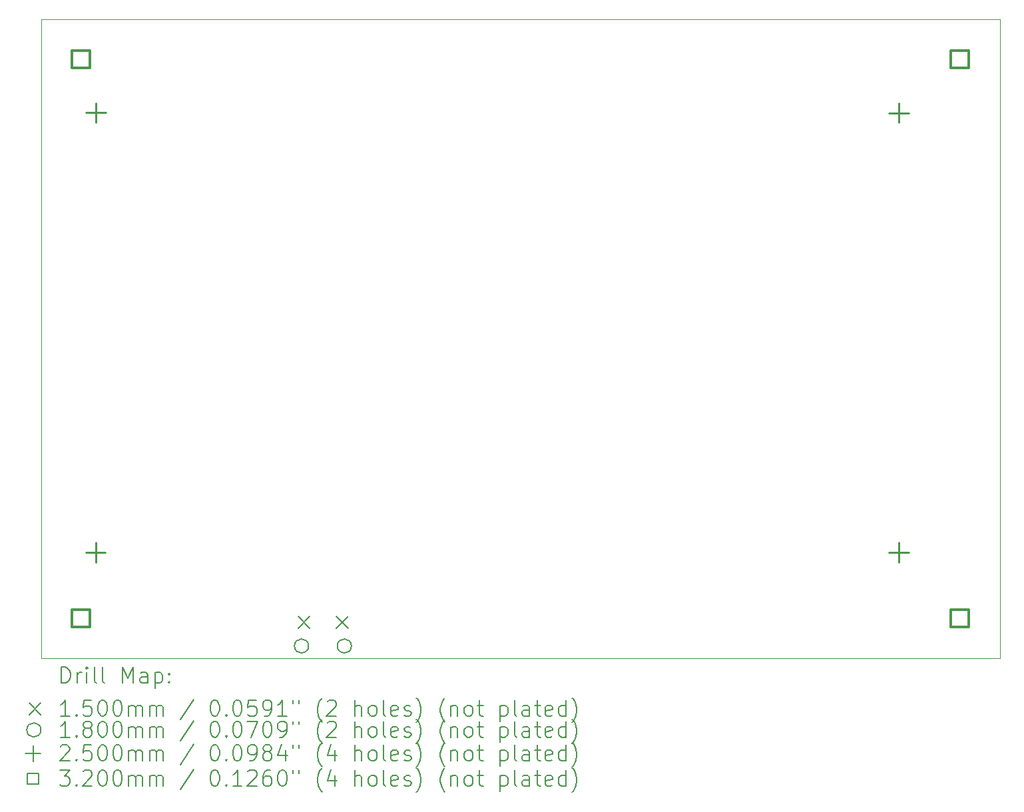
<source format=gbr>
%TF.GenerationSoftware,KiCad,Pcbnew,8.0.8*%
%TF.CreationDate,2025-11-10T08:35:00-07:00*%
%TF.ProjectId,WiegandTest,57696567-616e-4645-9465-73742e6b6963,A*%
%TF.SameCoordinates,Original*%
%TF.FileFunction,Drillmap*%
%TF.FilePolarity,Positive*%
%FSLAX45Y45*%
G04 Gerber Fmt 4.5, Leading zero omitted, Abs format (unit mm)*
G04 Created by KiCad (PCBNEW 8.0.8) date 2025-11-10 08:35:00*
%MOMM*%
%LPD*%
G01*
G04 APERTURE LIST*
%ADD10C,0.050000*%
%ADD11C,0.200000*%
%ADD12C,0.150000*%
%ADD13C,0.180000*%
%ADD14C,0.250000*%
%ADD15C,0.320000*%
G04 APERTURE END LIST*
D10*
X6985000Y-5207000D02*
X19177000Y-5207000D01*
X19177000Y-13335000D01*
X6985000Y-13335000D01*
X6985000Y-5207000D01*
D11*
D12*
X10251440Y-12801760D02*
X10401440Y-12951760D01*
X10401440Y-12801760D02*
X10251440Y-12951760D01*
X10736440Y-12801760D02*
X10886440Y-12951760D01*
X10886440Y-12801760D02*
X10736440Y-12951760D01*
D13*
X10386440Y-13179760D02*
G75*
G02*
X10206440Y-13179760I-90000J0D01*
G01*
X10206440Y-13179760D02*
G75*
G02*
X10386440Y-13179760I90000J0D01*
G01*
X10931440Y-13179760D02*
G75*
G02*
X10751440Y-13179760I-90000J0D01*
G01*
X10751440Y-13179760D02*
G75*
G02*
X10931440Y-13179760I90000J0D01*
G01*
D14*
X7678420Y-11863800D02*
X7678420Y-12113800D01*
X7553420Y-11988800D02*
X7803420Y-11988800D01*
X7680960Y-6270720D02*
X7680960Y-6520720D01*
X7555960Y-6395720D02*
X7805960Y-6395720D01*
X17894300Y-6273260D02*
X17894300Y-6523260D01*
X17769300Y-6398260D02*
X18019300Y-6398260D01*
X17894300Y-11863800D02*
X17894300Y-12113800D01*
X17769300Y-11988800D02*
X18019300Y-11988800D01*
D15*
X7606138Y-5828138D02*
X7606138Y-5601862D01*
X7379862Y-5601862D01*
X7379862Y-5828138D01*
X7606138Y-5828138D01*
X7606138Y-12940138D02*
X7606138Y-12713862D01*
X7379862Y-12713862D01*
X7379862Y-12940138D01*
X7606138Y-12940138D01*
X18782138Y-5828138D02*
X18782138Y-5601862D01*
X18555862Y-5601862D01*
X18555862Y-5828138D01*
X18782138Y-5828138D01*
X18782138Y-12940138D02*
X18782138Y-12713862D01*
X18555862Y-12713862D01*
X18555862Y-12940138D01*
X18782138Y-12940138D01*
D11*
X7243277Y-13648984D02*
X7243277Y-13448984D01*
X7243277Y-13448984D02*
X7290896Y-13448984D01*
X7290896Y-13448984D02*
X7319467Y-13458508D01*
X7319467Y-13458508D02*
X7338515Y-13477555D01*
X7338515Y-13477555D02*
X7348039Y-13496603D01*
X7348039Y-13496603D02*
X7357562Y-13534698D01*
X7357562Y-13534698D02*
X7357562Y-13563269D01*
X7357562Y-13563269D02*
X7348039Y-13601365D01*
X7348039Y-13601365D02*
X7338515Y-13620412D01*
X7338515Y-13620412D02*
X7319467Y-13639460D01*
X7319467Y-13639460D02*
X7290896Y-13648984D01*
X7290896Y-13648984D02*
X7243277Y-13648984D01*
X7443277Y-13648984D02*
X7443277Y-13515650D01*
X7443277Y-13553746D02*
X7452801Y-13534698D01*
X7452801Y-13534698D02*
X7462324Y-13525174D01*
X7462324Y-13525174D02*
X7481372Y-13515650D01*
X7481372Y-13515650D02*
X7500420Y-13515650D01*
X7567086Y-13648984D02*
X7567086Y-13515650D01*
X7567086Y-13448984D02*
X7557562Y-13458508D01*
X7557562Y-13458508D02*
X7567086Y-13468031D01*
X7567086Y-13468031D02*
X7576610Y-13458508D01*
X7576610Y-13458508D02*
X7567086Y-13448984D01*
X7567086Y-13448984D02*
X7567086Y-13468031D01*
X7690896Y-13648984D02*
X7671848Y-13639460D01*
X7671848Y-13639460D02*
X7662324Y-13620412D01*
X7662324Y-13620412D02*
X7662324Y-13448984D01*
X7795658Y-13648984D02*
X7776610Y-13639460D01*
X7776610Y-13639460D02*
X7767086Y-13620412D01*
X7767086Y-13620412D02*
X7767086Y-13448984D01*
X8024229Y-13648984D02*
X8024229Y-13448984D01*
X8024229Y-13448984D02*
X8090896Y-13591841D01*
X8090896Y-13591841D02*
X8157562Y-13448984D01*
X8157562Y-13448984D02*
X8157562Y-13648984D01*
X8338515Y-13648984D02*
X8338515Y-13544222D01*
X8338515Y-13544222D02*
X8328991Y-13525174D01*
X8328991Y-13525174D02*
X8309943Y-13515650D01*
X8309943Y-13515650D02*
X8271848Y-13515650D01*
X8271848Y-13515650D02*
X8252801Y-13525174D01*
X8338515Y-13639460D02*
X8319467Y-13648984D01*
X8319467Y-13648984D02*
X8271848Y-13648984D01*
X8271848Y-13648984D02*
X8252801Y-13639460D01*
X8252801Y-13639460D02*
X8243277Y-13620412D01*
X8243277Y-13620412D02*
X8243277Y-13601365D01*
X8243277Y-13601365D02*
X8252801Y-13582317D01*
X8252801Y-13582317D02*
X8271848Y-13572793D01*
X8271848Y-13572793D02*
X8319467Y-13572793D01*
X8319467Y-13572793D02*
X8338515Y-13563269D01*
X8433753Y-13515650D02*
X8433753Y-13715650D01*
X8433753Y-13525174D02*
X8452801Y-13515650D01*
X8452801Y-13515650D02*
X8490896Y-13515650D01*
X8490896Y-13515650D02*
X8509944Y-13525174D01*
X8509944Y-13525174D02*
X8519467Y-13534698D01*
X8519467Y-13534698D02*
X8528991Y-13553746D01*
X8528991Y-13553746D02*
X8528991Y-13610888D01*
X8528991Y-13610888D02*
X8519467Y-13629936D01*
X8519467Y-13629936D02*
X8509944Y-13639460D01*
X8509944Y-13639460D02*
X8490896Y-13648984D01*
X8490896Y-13648984D02*
X8452801Y-13648984D01*
X8452801Y-13648984D02*
X8433753Y-13639460D01*
X8614705Y-13629936D02*
X8624229Y-13639460D01*
X8624229Y-13639460D02*
X8614705Y-13648984D01*
X8614705Y-13648984D02*
X8605182Y-13639460D01*
X8605182Y-13639460D02*
X8614705Y-13629936D01*
X8614705Y-13629936D02*
X8614705Y-13648984D01*
X8614705Y-13525174D02*
X8624229Y-13534698D01*
X8624229Y-13534698D02*
X8614705Y-13544222D01*
X8614705Y-13544222D02*
X8605182Y-13534698D01*
X8605182Y-13534698D02*
X8614705Y-13525174D01*
X8614705Y-13525174D02*
X8614705Y-13544222D01*
D12*
X6832500Y-13902500D02*
X6982500Y-14052500D01*
X6982500Y-13902500D02*
X6832500Y-14052500D01*
D11*
X7348039Y-14068984D02*
X7233753Y-14068984D01*
X7290896Y-14068984D02*
X7290896Y-13868984D01*
X7290896Y-13868984D02*
X7271848Y-13897555D01*
X7271848Y-13897555D02*
X7252801Y-13916603D01*
X7252801Y-13916603D02*
X7233753Y-13926127D01*
X7433753Y-14049936D02*
X7443277Y-14059460D01*
X7443277Y-14059460D02*
X7433753Y-14068984D01*
X7433753Y-14068984D02*
X7424229Y-14059460D01*
X7424229Y-14059460D02*
X7433753Y-14049936D01*
X7433753Y-14049936D02*
X7433753Y-14068984D01*
X7624229Y-13868984D02*
X7528991Y-13868984D01*
X7528991Y-13868984D02*
X7519467Y-13964222D01*
X7519467Y-13964222D02*
X7528991Y-13954698D01*
X7528991Y-13954698D02*
X7548039Y-13945174D01*
X7548039Y-13945174D02*
X7595658Y-13945174D01*
X7595658Y-13945174D02*
X7614705Y-13954698D01*
X7614705Y-13954698D02*
X7624229Y-13964222D01*
X7624229Y-13964222D02*
X7633753Y-13983269D01*
X7633753Y-13983269D02*
X7633753Y-14030888D01*
X7633753Y-14030888D02*
X7624229Y-14049936D01*
X7624229Y-14049936D02*
X7614705Y-14059460D01*
X7614705Y-14059460D02*
X7595658Y-14068984D01*
X7595658Y-14068984D02*
X7548039Y-14068984D01*
X7548039Y-14068984D02*
X7528991Y-14059460D01*
X7528991Y-14059460D02*
X7519467Y-14049936D01*
X7757562Y-13868984D02*
X7776610Y-13868984D01*
X7776610Y-13868984D02*
X7795658Y-13878508D01*
X7795658Y-13878508D02*
X7805182Y-13888031D01*
X7805182Y-13888031D02*
X7814705Y-13907079D01*
X7814705Y-13907079D02*
X7824229Y-13945174D01*
X7824229Y-13945174D02*
X7824229Y-13992793D01*
X7824229Y-13992793D02*
X7814705Y-14030888D01*
X7814705Y-14030888D02*
X7805182Y-14049936D01*
X7805182Y-14049936D02*
X7795658Y-14059460D01*
X7795658Y-14059460D02*
X7776610Y-14068984D01*
X7776610Y-14068984D02*
X7757562Y-14068984D01*
X7757562Y-14068984D02*
X7738515Y-14059460D01*
X7738515Y-14059460D02*
X7728991Y-14049936D01*
X7728991Y-14049936D02*
X7719467Y-14030888D01*
X7719467Y-14030888D02*
X7709943Y-13992793D01*
X7709943Y-13992793D02*
X7709943Y-13945174D01*
X7709943Y-13945174D02*
X7719467Y-13907079D01*
X7719467Y-13907079D02*
X7728991Y-13888031D01*
X7728991Y-13888031D02*
X7738515Y-13878508D01*
X7738515Y-13878508D02*
X7757562Y-13868984D01*
X7948039Y-13868984D02*
X7967086Y-13868984D01*
X7967086Y-13868984D02*
X7986134Y-13878508D01*
X7986134Y-13878508D02*
X7995658Y-13888031D01*
X7995658Y-13888031D02*
X8005182Y-13907079D01*
X8005182Y-13907079D02*
X8014705Y-13945174D01*
X8014705Y-13945174D02*
X8014705Y-13992793D01*
X8014705Y-13992793D02*
X8005182Y-14030888D01*
X8005182Y-14030888D02*
X7995658Y-14049936D01*
X7995658Y-14049936D02*
X7986134Y-14059460D01*
X7986134Y-14059460D02*
X7967086Y-14068984D01*
X7967086Y-14068984D02*
X7948039Y-14068984D01*
X7948039Y-14068984D02*
X7928991Y-14059460D01*
X7928991Y-14059460D02*
X7919467Y-14049936D01*
X7919467Y-14049936D02*
X7909943Y-14030888D01*
X7909943Y-14030888D02*
X7900420Y-13992793D01*
X7900420Y-13992793D02*
X7900420Y-13945174D01*
X7900420Y-13945174D02*
X7909943Y-13907079D01*
X7909943Y-13907079D02*
X7919467Y-13888031D01*
X7919467Y-13888031D02*
X7928991Y-13878508D01*
X7928991Y-13878508D02*
X7948039Y-13868984D01*
X8100420Y-14068984D02*
X8100420Y-13935650D01*
X8100420Y-13954698D02*
X8109943Y-13945174D01*
X8109943Y-13945174D02*
X8128991Y-13935650D01*
X8128991Y-13935650D02*
X8157563Y-13935650D01*
X8157563Y-13935650D02*
X8176610Y-13945174D01*
X8176610Y-13945174D02*
X8186134Y-13964222D01*
X8186134Y-13964222D02*
X8186134Y-14068984D01*
X8186134Y-13964222D02*
X8195658Y-13945174D01*
X8195658Y-13945174D02*
X8214705Y-13935650D01*
X8214705Y-13935650D02*
X8243277Y-13935650D01*
X8243277Y-13935650D02*
X8262324Y-13945174D01*
X8262324Y-13945174D02*
X8271848Y-13964222D01*
X8271848Y-13964222D02*
X8271848Y-14068984D01*
X8367086Y-14068984D02*
X8367086Y-13935650D01*
X8367086Y-13954698D02*
X8376610Y-13945174D01*
X8376610Y-13945174D02*
X8395658Y-13935650D01*
X8395658Y-13935650D02*
X8424229Y-13935650D01*
X8424229Y-13935650D02*
X8443277Y-13945174D01*
X8443277Y-13945174D02*
X8452801Y-13964222D01*
X8452801Y-13964222D02*
X8452801Y-14068984D01*
X8452801Y-13964222D02*
X8462325Y-13945174D01*
X8462325Y-13945174D02*
X8481372Y-13935650D01*
X8481372Y-13935650D02*
X8509944Y-13935650D01*
X8509944Y-13935650D02*
X8528991Y-13945174D01*
X8528991Y-13945174D02*
X8538515Y-13964222D01*
X8538515Y-13964222D02*
X8538515Y-14068984D01*
X8928991Y-13859460D02*
X8757563Y-14116603D01*
X9186134Y-13868984D02*
X9205182Y-13868984D01*
X9205182Y-13868984D02*
X9224229Y-13878508D01*
X9224229Y-13878508D02*
X9233753Y-13888031D01*
X9233753Y-13888031D02*
X9243277Y-13907079D01*
X9243277Y-13907079D02*
X9252801Y-13945174D01*
X9252801Y-13945174D02*
X9252801Y-13992793D01*
X9252801Y-13992793D02*
X9243277Y-14030888D01*
X9243277Y-14030888D02*
X9233753Y-14049936D01*
X9233753Y-14049936D02*
X9224229Y-14059460D01*
X9224229Y-14059460D02*
X9205182Y-14068984D01*
X9205182Y-14068984D02*
X9186134Y-14068984D01*
X9186134Y-14068984D02*
X9167087Y-14059460D01*
X9167087Y-14059460D02*
X9157563Y-14049936D01*
X9157563Y-14049936D02*
X9148039Y-14030888D01*
X9148039Y-14030888D02*
X9138515Y-13992793D01*
X9138515Y-13992793D02*
X9138515Y-13945174D01*
X9138515Y-13945174D02*
X9148039Y-13907079D01*
X9148039Y-13907079D02*
X9157563Y-13888031D01*
X9157563Y-13888031D02*
X9167087Y-13878508D01*
X9167087Y-13878508D02*
X9186134Y-13868984D01*
X9338515Y-14049936D02*
X9348039Y-14059460D01*
X9348039Y-14059460D02*
X9338515Y-14068984D01*
X9338515Y-14068984D02*
X9328991Y-14059460D01*
X9328991Y-14059460D02*
X9338515Y-14049936D01*
X9338515Y-14049936D02*
X9338515Y-14068984D01*
X9471848Y-13868984D02*
X9490896Y-13868984D01*
X9490896Y-13868984D02*
X9509944Y-13878508D01*
X9509944Y-13878508D02*
X9519468Y-13888031D01*
X9519468Y-13888031D02*
X9528991Y-13907079D01*
X9528991Y-13907079D02*
X9538515Y-13945174D01*
X9538515Y-13945174D02*
X9538515Y-13992793D01*
X9538515Y-13992793D02*
X9528991Y-14030888D01*
X9528991Y-14030888D02*
X9519468Y-14049936D01*
X9519468Y-14049936D02*
X9509944Y-14059460D01*
X9509944Y-14059460D02*
X9490896Y-14068984D01*
X9490896Y-14068984D02*
X9471848Y-14068984D01*
X9471848Y-14068984D02*
X9452801Y-14059460D01*
X9452801Y-14059460D02*
X9443277Y-14049936D01*
X9443277Y-14049936D02*
X9433753Y-14030888D01*
X9433753Y-14030888D02*
X9424229Y-13992793D01*
X9424229Y-13992793D02*
X9424229Y-13945174D01*
X9424229Y-13945174D02*
X9433753Y-13907079D01*
X9433753Y-13907079D02*
X9443277Y-13888031D01*
X9443277Y-13888031D02*
X9452801Y-13878508D01*
X9452801Y-13878508D02*
X9471848Y-13868984D01*
X9719468Y-13868984D02*
X9624229Y-13868984D01*
X9624229Y-13868984D02*
X9614706Y-13964222D01*
X9614706Y-13964222D02*
X9624229Y-13954698D01*
X9624229Y-13954698D02*
X9643277Y-13945174D01*
X9643277Y-13945174D02*
X9690896Y-13945174D01*
X9690896Y-13945174D02*
X9709944Y-13954698D01*
X9709944Y-13954698D02*
X9719468Y-13964222D01*
X9719468Y-13964222D02*
X9728991Y-13983269D01*
X9728991Y-13983269D02*
X9728991Y-14030888D01*
X9728991Y-14030888D02*
X9719468Y-14049936D01*
X9719468Y-14049936D02*
X9709944Y-14059460D01*
X9709944Y-14059460D02*
X9690896Y-14068984D01*
X9690896Y-14068984D02*
X9643277Y-14068984D01*
X9643277Y-14068984D02*
X9624229Y-14059460D01*
X9624229Y-14059460D02*
X9614706Y-14049936D01*
X9824229Y-14068984D02*
X9862325Y-14068984D01*
X9862325Y-14068984D02*
X9881372Y-14059460D01*
X9881372Y-14059460D02*
X9890896Y-14049936D01*
X9890896Y-14049936D02*
X9909944Y-14021365D01*
X9909944Y-14021365D02*
X9919468Y-13983269D01*
X9919468Y-13983269D02*
X9919468Y-13907079D01*
X9919468Y-13907079D02*
X9909944Y-13888031D01*
X9909944Y-13888031D02*
X9900420Y-13878508D01*
X9900420Y-13878508D02*
X9881372Y-13868984D01*
X9881372Y-13868984D02*
X9843277Y-13868984D01*
X9843277Y-13868984D02*
X9824229Y-13878508D01*
X9824229Y-13878508D02*
X9814706Y-13888031D01*
X9814706Y-13888031D02*
X9805182Y-13907079D01*
X9805182Y-13907079D02*
X9805182Y-13954698D01*
X9805182Y-13954698D02*
X9814706Y-13973746D01*
X9814706Y-13973746D02*
X9824229Y-13983269D01*
X9824229Y-13983269D02*
X9843277Y-13992793D01*
X9843277Y-13992793D02*
X9881372Y-13992793D01*
X9881372Y-13992793D02*
X9900420Y-13983269D01*
X9900420Y-13983269D02*
X9909944Y-13973746D01*
X9909944Y-13973746D02*
X9919468Y-13954698D01*
X10109944Y-14068984D02*
X9995658Y-14068984D01*
X10052801Y-14068984D02*
X10052801Y-13868984D01*
X10052801Y-13868984D02*
X10033753Y-13897555D01*
X10033753Y-13897555D02*
X10014706Y-13916603D01*
X10014706Y-13916603D02*
X9995658Y-13926127D01*
X10186134Y-13868984D02*
X10186134Y-13907079D01*
X10262325Y-13868984D02*
X10262325Y-13907079D01*
X10557563Y-14145174D02*
X10548039Y-14135650D01*
X10548039Y-14135650D02*
X10528991Y-14107079D01*
X10528991Y-14107079D02*
X10519468Y-14088031D01*
X10519468Y-14088031D02*
X10509944Y-14059460D01*
X10509944Y-14059460D02*
X10500420Y-14011841D01*
X10500420Y-14011841D02*
X10500420Y-13973746D01*
X10500420Y-13973746D02*
X10509944Y-13926127D01*
X10509944Y-13926127D02*
X10519468Y-13897555D01*
X10519468Y-13897555D02*
X10528991Y-13878508D01*
X10528991Y-13878508D02*
X10548039Y-13849936D01*
X10548039Y-13849936D02*
X10557563Y-13840412D01*
X10624230Y-13888031D02*
X10633753Y-13878508D01*
X10633753Y-13878508D02*
X10652801Y-13868984D01*
X10652801Y-13868984D02*
X10700420Y-13868984D01*
X10700420Y-13868984D02*
X10719468Y-13878508D01*
X10719468Y-13878508D02*
X10728991Y-13888031D01*
X10728991Y-13888031D02*
X10738515Y-13907079D01*
X10738515Y-13907079D02*
X10738515Y-13926127D01*
X10738515Y-13926127D02*
X10728991Y-13954698D01*
X10728991Y-13954698D02*
X10614706Y-14068984D01*
X10614706Y-14068984D02*
X10738515Y-14068984D01*
X10976611Y-14068984D02*
X10976611Y-13868984D01*
X11062325Y-14068984D02*
X11062325Y-13964222D01*
X11062325Y-13964222D02*
X11052801Y-13945174D01*
X11052801Y-13945174D02*
X11033753Y-13935650D01*
X11033753Y-13935650D02*
X11005182Y-13935650D01*
X11005182Y-13935650D02*
X10986134Y-13945174D01*
X10986134Y-13945174D02*
X10976611Y-13954698D01*
X11186134Y-14068984D02*
X11167087Y-14059460D01*
X11167087Y-14059460D02*
X11157563Y-14049936D01*
X11157563Y-14049936D02*
X11148039Y-14030888D01*
X11148039Y-14030888D02*
X11148039Y-13973746D01*
X11148039Y-13973746D02*
X11157563Y-13954698D01*
X11157563Y-13954698D02*
X11167087Y-13945174D01*
X11167087Y-13945174D02*
X11186134Y-13935650D01*
X11186134Y-13935650D02*
X11214706Y-13935650D01*
X11214706Y-13935650D02*
X11233753Y-13945174D01*
X11233753Y-13945174D02*
X11243277Y-13954698D01*
X11243277Y-13954698D02*
X11252801Y-13973746D01*
X11252801Y-13973746D02*
X11252801Y-14030888D01*
X11252801Y-14030888D02*
X11243277Y-14049936D01*
X11243277Y-14049936D02*
X11233753Y-14059460D01*
X11233753Y-14059460D02*
X11214706Y-14068984D01*
X11214706Y-14068984D02*
X11186134Y-14068984D01*
X11367087Y-14068984D02*
X11348039Y-14059460D01*
X11348039Y-14059460D02*
X11338515Y-14040412D01*
X11338515Y-14040412D02*
X11338515Y-13868984D01*
X11519468Y-14059460D02*
X11500420Y-14068984D01*
X11500420Y-14068984D02*
X11462325Y-14068984D01*
X11462325Y-14068984D02*
X11443277Y-14059460D01*
X11443277Y-14059460D02*
X11433753Y-14040412D01*
X11433753Y-14040412D02*
X11433753Y-13964222D01*
X11433753Y-13964222D02*
X11443277Y-13945174D01*
X11443277Y-13945174D02*
X11462325Y-13935650D01*
X11462325Y-13935650D02*
X11500420Y-13935650D01*
X11500420Y-13935650D02*
X11519468Y-13945174D01*
X11519468Y-13945174D02*
X11528991Y-13964222D01*
X11528991Y-13964222D02*
X11528991Y-13983269D01*
X11528991Y-13983269D02*
X11433753Y-14002317D01*
X11605182Y-14059460D02*
X11624230Y-14068984D01*
X11624230Y-14068984D02*
X11662325Y-14068984D01*
X11662325Y-14068984D02*
X11681372Y-14059460D01*
X11681372Y-14059460D02*
X11690896Y-14040412D01*
X11690896Y-14040412D02*
X11690896Y-14030888D01*
X11690896Y-14030888D02*
X11681372Y-14011841D01*
X11681372Y-14011841D02*
X11662325Y-14002317D01*
X11662325Y-14002317D02*
X11633753Y-14002317D01*
X11633753Y-14002317D02*
X11614706Y-13992793D01*
X11614706Y-13992793D02*
X11605182Y-13973746D01*
X11605182Y-13973746D02*
X11605182Y-13964222D01*
X11605182Y-13964222D02*
X11614706Y-13945174D01*
X11614706Y-13945174D02*
X11633753Y-13935650D01*
X11633753Y-13935650D02*
X11662325Y-13935650D01*
X11662325Y-13935650D02*
X11681372Y-13945174D01*
X11757563Y-14145174D02*
X11767087Y-14135650D01*
X11767087Y-14135650D02*
X11786134Y-14107079D01*
X11786134Y-14107079D02*
X11795658Y-14088031D01*
X11795658Y-14088031D02*
X11805182Y-14059460D01*
X11805182Y-14059460D02*
X11814706Y-14011841D01*
X11814706Y-14011841D02*
X11814706Y-13973746D01*
X11814706Y-13973746D02*
X11805182Y-13926127D01*
X11805182Y-13926127D02*
X11795658Y-13897555D01*
X11795658Y-13897555D02*
X11786134Y-13878508D01*
X11786134Y-13878508D02*
X11767087Y-13849936D01*
X11767087Y-13849936D02*
X11757563Y-13840412D01*
X12119468Y-14145174D02*
X12109944Y-14135650D01*
X12109944Y-14135650D02*
X12090896Y-14107079D01*
X12090896Y-14107079D02*
X12081372Y-14088031D01*
X12081372Y-14088031D02*
X12071849Y-14059460D01*
X12071849Y-14059460D02*
X12062325Y-14011841D01*
X12062325Y-14011841D02*
X12062325Y-13973746D01*
X12062325Y-13973746D02*
X12071849Y-13926127D01*
X12071849Y-13926127D02*
X12081372Y-13897555D01*
X12081372Y-13897555D02*
X12090896Y-13878508D01*
X12090896Y-13878508D02*
X12109944Y-13849936D01*
X12109944Y-13849936D02*
X12119468Y-13840412D01*
X12195658Y-13935650D02*
X12195658Y-14068984D01*
X12195658Y-13954698D02*
X12205182Y-13945174D01*
X12205182Y-13945174D02*
X12224230Y-13935650D01*
X12224230Y-13935650D02*
X12252801Y-13935650D01*
X12252801Y-13935650D02*
X12271849Y-13945174D01*
X12271849Y-13945174D02*
X12281372Y-13964222D01*
X12281372Y-13964222D02*
X12281372Y-14068984D01*
X12405182Y-14068984D02*
X12386134Y-14059460D01*
X12386134Y-14059460D02*
X12376611Y-14049936D01*
X12376611Y-14049936D02*
X12367087Y-14030888D01*
X12367087Y-14030888D02*
X12367087Y-13973746D01*
X12367087Y-13973746D02*
X12376611Y-13954698D01*
X12376611Y-13954698D02*
X12386134Y-13945174D01*
X12386134Y-13945174D02*
X12405182Y-13935650D01*
X12405182Y-13935650D02*
X12433753Y-13935650D01*
X12433753Y-13935650D02*
X12452801Y-13945174D01*
X12452801Y-13945174D02*
X12462325Y-13954698D01*
X12462325Y-13954698D02*
X12471849Y-13973746D01*
X12471849Y-13973746D02*
X12471849Y-14030888D01*
X12471849Y-14030888D02*
X12462325Y-14049936D01*
X12462325Y-14049936D02*
X12452801Y-14059460D01*
X12452801Y-14059460D02*
X12433753Y-14068984D01*
X12433753Y-14068984D02*
X12405182Y-14068984D01*
X12528992Y-13935650D02*
X12605182Y-13935650D01*
X12557563Y-13868984D02*
X12557563Y-14040412D01*
X12557563Y-14040412D02*
X12567087Y-14059460D01*
X12567087Y-14059460D02*
X12586134Y-14068984D01*
X12586134Y-14068984D02*
X12605182Y-14068984D01*
X12824230Y-13935650D02*
X12824230Y-14135650D01*
X12824230Y-13945174D02*
X12843277Y-13935650D01*
X12843277Y-13935650D02*
X12881373Y-13935650D01*
X12881373Y-13935650D02*
X12900420Y-13945174D01*
X12900420Y-13945174D02*
X12909944Y-13954698D01*
X12909944Y-13954698D02*
X12919468Y-13973746D01*
X12919468Y-13973746D02*
X12919468Y-14030888D01*
X12919468Y-14030888D02*
X12909944Y-14049936D01*
X12909944Y-14049936D02*
X12900420Y-14059460D01*
X12900420Y-14059460D02*
X12881373Y-14068984D01*
X12881373Y-14068984D02*
X12843277Y-14068984D01*
X12843277Y-14068984D02*
X12824230Y-14059460D01*
X13033753Y-14068984D02*
X13014706Y-14059460D01*
X13014706Y-14059460D02*
X13005182Y-14040412D01*
X13005182Y-14040412D02*
X13005182Y-13868984D01*
X13195658Y-14068984D02*
X13195658Y-13964222D01*
X13195658Y-13964222D02*
X13186134Y-13945174D01*
X13186134Y-13945174D02*
X13167087Y-13935650D01*
X13167087Y-13935650D02*
X13128992Y-13935650D01*
X13128992Y-13935650D02*
X13109944Y-13945174D01*
X13195658Y-14059460D02*
X13176611Y-14068984D01*
X13176611Y-14068984D02*
X13128992Y-14068984D01*
X13128992Y-14068984D02*
X13109944Y-14059460D01*
X13109944Y-14059460D02*
X13100420Y-14040412D01*
X13100420Y-14040412D02*
X13100420Y-14021365D01*
X13100420Y-14021365D02*
X13109944Y-14002317D01*
X13109944Y-14002317D02*
X13128992Y-13992793D01*
X13128992Y-13992793D02*
X13176611Y-13992793D01*
X13176611Y-13992793D02*
X13195658Y-13983269D01*
X13262325Y-13935650D02*
X13338515Y-13935650D01*
X13290896Y-13868984D02*
X13290896Y-14040412D01*
X13290896Y-14040412D02*
X13300420Y-14059460D01*
X13300420Y-14059460D02*
X13319468Y-14068984D01*
X13319468Y-14068984D02*
X13338515Y-14068984D01*
X13481373Y-14059460D02*
X13462325Y-14068984D01*
X13462325Y-14068984D02*
X13424230Y-14068984D01*
X13424230Y-14068984D02*
X13405182Y-14059460D01*
X13405182Y-14059460D02*
X13395658Y-14040412D01*
X13395658Y-14040412D02*
X13395658Y-13964222D01*
X13395658Y-13964222D02*
X13405182Y-13945174D01*
X13405182Y-13945174D02*
X13424230Y-13935650D01*
X13424230Y-13935650D02*
X13462325Y-13935650D01*
X13462325Y-13935650D02*
X13481373Y-13945174D01*
X13481373Y-13945174D02*
X13490896Y-13964222D01*
X13490896Y-13964222D02*
X13490896Y-13983269D01*
X13490896Y-13983269D02*
X13395658Y-14002317D01*
X13662325Y-14068984D02*
X13662325Y-13868984D01*
X13662325Y-14059460D02*
X13643277Y-14068984D01*
X13643277Y-14068984D02*
X13605182Y-14068984D01*
X13605182Y-14068984D02*
X13586134Y-14059460D01*
X13586134Y-14059460D02*
X13576611Y-14049936D01*
X13576611Y-14049936D02*
X13567087Y-14030888D01*
X13567087Y-14030888D02*
X13567087Y-13973746D01*
X13567087Y-13973746D02*
X13576611Y-13954698D01*
X13576611Y-13954698D02*
X13586134Y-13945174D01*
X13586134Y-13945174D02*
X13605182Y-13935650D01*
X13605182Y-13935650D02*
X13643277Y-13935650D01*
X13643277Y-13935650D02*
X13662325Y-13945174D01*
X13738515Y-14145174D02*
X13748039Y-14135650D01*
X13748039Y-14135650D02*
X13767087Y-14107079D01*
X13767087Y-14107079D02*
X13776611Y-14088031D01*
X13776611Y-14088031D02*
X13786134Y-14059460D01*
X13786134Y-14059460D02*
X13795658Y-14011841D01*
X13795658Y-14011841D02*
X13795658Y-13973746D01*
X13795658Y-13973746D02*
X13786134Y-13926127D01*
X13786134Y-13926127D02*
X13776611Y-13897555D01*
X13776611Y-13897555D02*
X13767087Y-13878508D01*
X13767087Y-13878508D02*
X13748039Y-13849936D01*
X13748039Y-13849936D02*
X13738515Y-13840412D01*
D13*
X6982500Y-14247500D02*
G75*
G02*
X6802500Y-14247500I-90000J0D01*
G01*
X6802500Y-14247500D02*
G75*
G02*
X6982500Y-14247500I90000J0D01*
G01*
D11*
X7348039Y-14338984D02*
X7233753Y-14338984D01*
X7290896Y-14338984D02*
X7290896Y-14138984D01*
X7290896Y-14138984D02*
X7271848Y-14167555D01*
X7271848Y-14167555D02*
X7252801Y-14186603D01*
X7252801Y-14186603D02*
X7233753Y-14196127D01*
X7433753Y-14319936D02*
X7443277Y-14329460D01*
X7443277Y-14329460D02*
X7433753Y-14338984D01*
X7433753Y-14338984D02*
X7424229Y-14329460D01*
X7424229Y-14329460D02*
X7433753Y-14319936D01*
X7433753Y-14319936D02*
X7433753Y-14338984D01*
X7557562Y-14224698D02*
X7538515Y-14215174D01*
X7538515Y-14215174D02*
X7528991Y-14205650D01*
X7528991Y-14205650D02*
X7519467Y-14186603D01*
X7519467Y-14186603D02*
X7519467Y-14177079D01*
X7519467Y-14177079D02*
X7528991Y-14158031D01*
X7528991Y-14158031D02*
X7538515Y-14148508D01*
X7538515Y-14148508D02*
X7557562Y-14138984D01*
X7557562Y-14138984D02*
X7595658Y-14138984D01*
X7595658Y-14138984D02*
X7614705Y-14148508D01*
X7614705Y-14148508D02*
X7624229Y-14158031D01*
X7624229Y-14158031D02*
X7633753Y-14177079D01*
X7633753Y-14177079D02*
X7633753Y-14186603D01*
X7633753Y-14186603D02*
X7624229Y-14205650D01*
X7624229Y-14205650D02*
X7614705Y-14215174D01*
X7614705Y-14215174D02*
X7595658Y-14224698D01*
X7595658Y-14224698D02*
X7557562Y-14224698D01*
X7557562Y-14224698D02*
X7538515Y-14234222D01*
X7538515Y-14234222D02*
X7528991Y-14243746D01*
X7528991Y-14243746D02*
X7519467Y-14262793D01*
X7519467Y-14262793D02*
X7519467Y-14300888D01*
X7519467Y-14300888D02*
X7528991Y-14319936D01*
X7528991Y-14319936D02*
X7538515Y-14329460D01*
X7538515Y-14329460D02*
X7557562Y-14338984D01*
X7557562Y-14338984D02*
X7595658Y-14338984D01*
X7595658Y-14338984D02*
X7614705Y-14329460D01*
X7614705Y-14329460D02*
X7624229Y-14319936D01*
X7624229Y-14319936D02*
X7633753Y-14300888D01*
X7633753Y-14300888D02*
X7633753Y-14262793D01*
X7633753Y-14262793D02*
X7624229Y-14243746D01*
X7624229Y-14243746D02*
X7614705Y-14234222D01*
X7614705Y-14234222D02*
X7595658Y-14224698D01*
X7757562Y-14138984D02*
X7776610Y-14138984D01*
X7776610Y-14138984D02*
X7795658Y-14148508D01*
X7795658Y-14148508D02*
X7805182Y-14158031D01*
X7805182Y-14158031D02*
X7814705Y-14177079D01*
X7814705Y-14177079D02*
X7824229Y-14215174D01*
X7824229Y-14215174D02*
X7824229Y-14262793D01*
X7824229Y-14262793D02*
X7814705Y-14300888D01*
X7814705Y-14300888D02*
X7805182Y-14319936D01*
X7805182Y-14319936D02*
X7795658Y-14329460D01*
X7795658Y-14329460D02*
X7776610Y-14338984D01*
X7776610Y-14338984D02*
X7757562Y-14338984D01*
X7757562Y-14338984D02*
X7738515Y-14329460D01*
X7738515Y-14329460D02*
X7728991Y-14319936D01*
X7728991Y-14319936D02*
X7719467Y-14300888D01*
X7719467Y-14300888D02*
X7709943Y-14262793D01*
X7709943Y-14262793D02*
X7709943Y-14215174D01*
X7709943Y-14215174D02*
X7719467Y-14177079D01*
X7719467Y-14177079D02*
X7728991Y-14158031D01*
X7728991Y-14158031D02*
X7738515Y-14148508D01*
X7738515Y-14148508D02*
X7757562Y-14138984D01*
X7948039Y-14138984D02*
X7967086Y-14138984D01*
X7967086Y-14138984D02*
X7986134Y-14148508D01*
X7986134Y-14148508D02*
X7995658Y-14158031D01*
X7995658Y-14158031D02*
X8005182Y-14177079D01*
X8005182Y-14177079D02*
X8014705Y-14215174D01*
X8014705Y-14215174D02*
X8014705Y-14262793D01*
X8014705Y-14262793D02*
X8005182Y-14300888D01*
X8005182Y-14300888D02*
X7995658Y-14319936D01*
X7995658Y-14319936D02*
X7986134Y-14329460D01*
X7986134Y-14329460D02*
X7967086Y-14338984D01*
X7967086Y-14338984D02*
X7948039Y-14338984D01*
X7948039Y-14338984D02*
X7928991Y-14329460D01*
X7928991Y-14329460D02*
X7919467Y-14319936D01*
X7919467Y-14319936D02*
X7909943Y-14300888D01*
X7909943Y-14300888D02*
X7900420Y-14262793D01*
X7900420Y-14262793D02*
X7900420Y-14215174D01*
X7900420Y-14215174D02*
X7909943Y-14177079D01*
X7909943Y-14177079D02*
X7919467Y-14158031D01*
X7919467Y-14158031D02*
X7928991Y-14148508D01*
X7928991Y-14148508D02*
X7948039Y-14138984D01*
X8100420Y-14338984D02*
X8100420Y-14205650D01*
X8100420Y-14224698D02*
X8109943Y-14215174D01*
X8109943Y-14215174D02*
X8128991Y-14205650D01*
X8128991Y-14205650D02*
X8157563Y-14205650D01*
X8157563Y-14205650D02*
X8176610Y-14215174D01*
X8176610Y-14215174D02*
X8186134Y-14234222D01*
X8186134Y-14234222D02*
X8186134Y-14338984D01*
X8186134Y-14234222D02*
X8195658Y-14215174D01*
X8195658Y-14215174D02*
X8214705Y-14205650D01*
X8214705Y-14205650D02*
X8243277Y-14205650D01*
X8243277Y-14205650D02*
X8262324Y-14215174D01*
X8262324Y-14215174D02*
X8271848Y-14234222D01*
X8271848Y-14234222D02*
X8271848Y-14338984D01*
X8367086Y-14338984D02*
X8367086Y-14205650D01*
X8367086Y-14224698D02*
X8376610Y-14215174D01*
X8376610Y-14215174D02*
X8395658Y-14205650D01*
X8395658Y-14205650D02*
X8424229Y-14205650D01*
X8424229Y-14205650D02*
X8443277Y-14215174D01*
X8443277Y-14215174D02*
X8452801Y-14234222D01*
X8452801Y-14234222D02*
X8452801Y-14338984D01*
X8452801Y-14234222D02*
X8462325Y-14215174D01*
X8462325Y-14215174D02*
X8481372Y-14205650D01*
X8481372Y-14205650D02*
X8509944Y-14205650D01*
X8509944Y-14205650D02*
X8528991Y-14215174D01*
X8528991Y-14215174D02*
X8538515Y-14234222D01*
X8538515Y-14234222D02*
X8538515Y-14338984D01*
X8928991Y-14129460D02*
X8757563Y-14386603D01*
X9186134Y-14138984D02*
X9205182Y-14138984D01*
X9205182Y-14138984D02*
X9224229Y-14148508D01*
X9224229Y-14148508D02*
X9233753Y-14158031D01*
X9233753Y-14158031D02*
X9243277Y-14177079D01*
X9243277Y-14177079D02*
X9252801Y-14215174D01*
X9252801Y-14215174D02*
X9252801Y-14262793D01*
X9252801Y-14262793D02*
X9243277Y-14300888D01*
X9243277Y-14300888D02*
X9233753Y-14319936D01*
X9233753Y-14319936D02*
X9224229Y-14329460D01*
X9224229Y-14329460D02*
X9205182Y-14338984D01*
X9205182Y-14338984D02*
X9186134Y-14338984D01*
X9186134Y-14338984D02*
X9167087Y-14329460D01*
X9167087Y-14329460D02*
X9157563Y-14319936D01*
X9157563Y-14319936D02*
X9148039Y-14300888D01*
X9148039Y-14300888D02*
X9138515Y-14262793D01*
X9138515Y-14262793D02*
X9138515Y-14215174D01*
X9138515Y-14215174D02*
X9148039Y-14177079D01*
X9148039Y-14177079D02*
X9157563Y-14158031D01*
X9157563Y-14158031D02*
X9167087Y-14148508D01*
X9167087Y-14148508D02*
X9186134Y-14138984D01*
X9338515Y-14319936D02*
X9348039Y-14329460D01*
X9348039Y-14329460D02*
X9338515Y-14338984D01*
X9338515Y-14338984D02*
X9328991Y-14329460D01*
X9328991Y-14329460D02*
X9338515Y-14319936D01*
X9338515Y-14319936D02*
X9338515Y-14338984D01*
X9471848Y-14138984D02*
X9490896Y-14138984D01*
X9490896Y-14138984D02*
X9509944Y-14148508D01*
X9509944Y-14148508D02*
X9519468Y-14158031D01*
X9519468Y-14158031D02*
X9528991Y-14177079D01*
X9528991Y-14177079D02*
X9538515Y-14215174D01*
X9538515Y-14215174D02*
X9538515Y-14262793D01*
X9538515Y-14262793D02*
X9528991Y-14300888D01*
X9528991Y-14300888D02*
X9519468Y-14319936D01*
X9519468Y-14319936D02*
X9509944Y-14329460D01*
X9509944Y-14329460D02*
X9490896Y-14338984D01*
X9490896Y-14338984D02*
X9471848Y-14338984D01*
X9471848Y-14338984D02*
X9452801Y-14329460D01*
X9452801Y-14329460D02*
X9443277Y-14319936D01*
X9443277Y-14319936D02*
X9433753Y-14300888D01*
X9433753Y-14300888D02*
X9424229Y-14262793D01*
X9424229Y-14262793D02*
X9424229Y-14215174D01*
X9424229Y-14215174D02*
X9433753Y-14177079D01*
X9433753Y-14177079D02*
X9443277Y-14158031D01*
X9443277Y-14158031D02*
X9452801Y-14148508D01*
X9452801Y-14148508D02*
X9471848Y-14138984D01*
X9605182Y-14138984D02*
X9738515Y-14138984D01*
X9738515Y-14138984D02*
X9652801Y-14338984D01*
X9852801Y-14138984D02*
X9871849Y-14138984D01*
X9871849Y-14138984D02*
X9890896Y-14148508D01*
X9890896Y-14148508D02*
X9900420Y-14158031D01*
X9900420Y-14158031D02*
X9909944Y-14177079D01*
X9909944Y-14177079D02*
X9919468Y-14215174D01*
X9919468Y-14215174D02*
X9919468Y-14262793D01*
X9919468Y-14262793D02*
X9909944Y-14300888D01*
X9909944Y-14300888D02*
X9900420Y-14319936D01*
X9900420Y-14319936D02*
X9890896Y-14329460D01*
X9890896Y-14329460D02*
X9871849Y-14338984D01*
X9871849Y-14338984D02*
X9852801Y-14338984D01*
X9852801Y-14338984D02*
X9833753Y-14329460D01*
X9833753Y-14329460D02*
X9824229Y-14319936D01*
X9824229Y-14319936D02*
X9814706Y-14300888D01*
X9814706Y-14300888D02*
X9805182Y-14262793D01*
X9805182Y-14262793D02*
X9805182Y-14215174D01*
X9805182Y-14215174D02*
X9814706Y-14177079D01*
X9814706Y-14177079D02*
X9824229Y-14158031D01*
X9824229Y-14158031D02*
X9833753Y-14148508D01*
X9833753Y-14148508D02*
X9852801Y-14138984D01*
X10014706Y-14338984D02*
X10052801Y-14338984D01*
X10052801Y-14338984D02*
X10071849Y-14329460D01*
X10071849Y-14329460D02*
X10081372Y-14319936D01*
X10081372Y-14319936D02*
X10100420Y-14291365D01*
X10100420Y-14291365D02*
X10109944Y-14253269D01*
X10109944Y-14253269D02*
X10109944Y-14177079D01*
X10109944Y-14177079D02*
X10100420Y-14158031D01*
X10100420Y-14158031D02*
X10090896Y-14148508D01*
X10090896Y-14148508D02*
X10071849Y-14138984D01*
X10071849Y-14138984D02*
X10033753Y-14138984D01*
X10033753Y-14138984D02*
X10014706Y-14148508D01*
X10014706Y-14148508D02*
X10005182Y-14158031D01*
X10005182Y-14158031D02*
X9995658Y-14177079D01*
X9995658Y-14177079D02*
X9995658Y-14224698D01*
X9995658Y-14224698D02*
X10005182Y-14243746D01*
X10005182Y-14243746D02*
X10014706Y-14253269D01*
X10014706Y-14253269D02*
X10033753Y-14262793D01*
X10033753Y-14262793D02*
X10071849Y-14262793D01*
X10071849Y-14262793D02*
X10090896Y-14253269D01*
X10090896Y-14253269D02*
X10100420Y-14243746D01*
X10100420Y-14243746D02*
X10109944Y-14224698D01*
X10186134Y-14138984D02*
X10186134Y-14177079D01*
X10262325Y-14138984D02*
X10262325Y-14177079D01*
X10557563Y-14415174D02*
X10548039Y-14405650D01*
X10548039Y-14405650D02*
X10528991Y-14377079D01*
X10528991Y-14377079D02*
X10519468Y-14358031D01*
X10519468Y-14358031D02*
X10509944Y-14329460D01*
X10509944Y-14329460D02*
X10500420Y-14281841D01*
X10500420Y-14281841D02*
X10500420Y-14243746D01*
X10500420Y-14243746D02*
X10509944Y-14196127D01*
X10509944Y-14196127D02*
X10519468Y-14167555D01*
X10519468Y-14167555D02*
X10528991Y-14148508D01*
X10528991Y-14148508D02*
X10548039Y-14119936D01*
X10548039Y-14119936D02*
X10557563Y-14110412D01*
X10624230Y-14158031D02*
X10633753Y-14148508D01*
X10633753Y-14148508D02*
X10652801Y-14138984D01*
X10652801Y-14138984D02*
X10700420Y-14138984D01*
X10700420Y-14138984D02*
X10719468Y-14148508D01*
X10719468Y-14148508D02*
X10728991Y-14158031D01*
X10728991Y-14158031D02*
X10738515Y-14177079D01*
X10738515Y-14177079D02*
X10738515Y-14196127D01*
X10738515Y-14196127D02*
X10728991Y-14224698D01*
X10728991Y-14224698D02*
X10614706Y-14338984D01*
X10614706Y-14338984D02*
X10738515Y-14338984D01*
X10976611Y-14338984D02*
X10976611Y-14138984D01*
X11062325Y-14338984D02*
X11062325Y-14234222D01*
X11062325Y-14234222D02*
X11052801Y-14215174D01*
X11052801Y-14215174D02*
X11033753Y-14205650D01*
X11033753Y-14205650D02*
X11005182Y-14205650D01*
X11005182Y-14205650D02*
X10986134Y-14215174D01*
X10986134Y-14215174D02*
X10976611Y-14224698D01*
X11186134Y-14338984D02*
X11167087Y-14329460D01*
X11167087Y-14329460D02*
X11157563Y-14319936D01*
X11157563Y-14319936D02*
X11148039Y-14300888D01*
X11148039Y-14300888D02*
X11148039Y-14243746D01*
X11148039Y-14243746D02*
X11157563Y-14224698D01*
X11157563Y-14224698D02*
X11167087Y-14215174D01*
X11167087Y-14215174D02*
X11186134Y-14205650D01*
X11186134Y-14205650D02*
X11214706Y-14205650D01*
X11214706Y-14205650D02*
X11233753Y-14215174D01*
X11233753Y-14215174D02*
X11243277Y-14224698D01*
X11243277Y-14224698D02*
X11252801Y-14243746D01*
X11252801Y-14243746D02*
X11252801Y-14300888D01*
X11252801Y-14300888D02*
X11243277Y-14319936D01*
X11243277Y-14319936D02*
X11233753Y-14329460D01*
X11233753Y-14329460D02*
X11214706Y-14338984D01*
X11214706Y-14338984D02*
X11186134Y-14338984D01*
X11367087Y-14338984D02*
X11348039Y-14329460D01*
X11348039Y-14329460D02*
X11338515Y-14310412D01*
X11338515Y-14310412D02*
X11338515Y-14138984D01*
X11519468Y-14329460D02*
X11500420Y-14338984D01*
X11500420Y-14338984D02*
X11462325Y-14338984D01*
X11462325Y-14338984D02*
X11443277Y-14329460D01*
X11443277Y-14329460D02*
X11433753Y-14310412D01*
X11433753Y-14310412D02*
X11433753Y-14234222D01*
X11433753Y-14234222D02*
X11443277Y-14215174D01*
X11443277Y-14215174D02*
X11462325Y-14205650D01*
X11462325Y-14205650D02*
X11500420Y-14205650D01*
X11500420Y-14205650D02*
X11519468Y-14215174D01*
X11519468Y-14215174D02*
X11528991Y-14234222D01*
X11528991Y-14234222D02*
X11528991Y-14253269D01*
X11528991Y-14253269D02*
X11433753Y-14272317D01*
X11605182Y-14329460D02*
X11624230Y-14338984D01*
X11624230Y-14338984D02*
X11662325Y-14338984D01*
X11662325Y-14338984D02*
X11681372Y-14329460D01*
X11681372Y-14329460D02*
X11690896Y-14310412D01*
X11690896Y-14310412D02*
X11690896Y-14300888D01*
X11690896Y-14300888D02*
X11681372Y-14281841D01*
X11681372Y-14281841D02*
X11662325Y-14272317D01*
X11662325Y-14272317D02*
X11633753Y-14272317D01*
X11633753Y-14272317D02*
X11614706Y-14262793D01*
X11614706Y-14262793D02*
X11605182Y-14243746D01*
X11605182Y-14243746D02*
X11605182Y-14234222D01*
X11605182Y-14234222D02*
X11614706Y-14215174D01*
X11614706Y-14215174D02*
X11633753Y-14205650D01*
X11633753Y-14205650D02*
X11662325Y-14205650D01*
X11662325Y-14205650D02*
X11681372Y-14215174D01*
X11757563Y-14415174D02*
X11767087Y-14405650D01*
X11767087Y-14405650D02*
X11786134Y-14377079D01*
X11786134Y-14377079D02*
X11795658Y-14358031D01*
X11795658Y-14358031D02*
X11805182Y-14329460D01*
X11805182Y-14329460D02*
X11814706Y-14281841D01*
X11814706Y-14281841D02*
X11814706Y-14243746D01*
X11814706Y-14243746D02*
X11805182Y-14196127D01*
X11805182Y-14196127D02*
X11795658Y-14167555D01*
X11795658Y-14167555D02*
X11786134Y-14148508D01*
X11786134Y-14148508D02*
X11767087Y-14119936D01*
X11767087Y-14119936D02*
X11757563Y-14110412D01*
X12119468Y-14415174D02*
X12109944Y-14405650D01*
X12109944Y-14405650D02*
X12090896Y-14377079D01*
X12090896Y-14377079D02*
X12081372Y-14358031D01*
X12081372Y-14358031D02*
X12071849Y-14329460D01*
X12071849Y-14329460D02*
X12062325Y-14281841D01*
X12062325Y-14281841D02*
X12062325Y-14243746D01*
X12062325Y-14243746D02*
X12071849Y-14196127D01*
X12071849Y-14196127D02*
X12081372Y-14167555D01*
X12081372Y-14167555D02*
X12090896Y-14148508D01*
X12090896Y-14148508D02*
X12109944Y-14119936D01*
X12109944Y-14119936D02*
X12119468Y-14110412D01*
X12195658Y-14205650D02*
X12195658Y-14338984D01*
X12195658Y-14224698D02*
X12205182Y-14215174D01*
X12205182Y-14215174D02*
X12224230Y-14205650D01*
X12224230Y-14205650D02*
X12252801Y-14205650D01*
X12252801Y-14205650D02*
X12271849Y-14215174D01*
X12271849Y-14215174D02*
X12281372Y-14234222D01*
X12281372Y-14234222D02*
X12281372Y-14338984D01*
X12405182Y-14338984D02*
X12386134Y-14329460D01*
X12386134Y-14329460D02*
X12376611Y-14319936D01*
X12376611Y-14319936D02*
X12367087Y-14300888D01*
X12367087Y-14300888D02*
X12367087Y-14243746D01*
X12367087Y-14243746D02*
X12376611Y-14224698D01*
X12376611Y-14224698D02*
X12386134Y-14215174D01*
X12386134Y-14215174D02*
X12405182Y-14205650D01*
X12405182Y-14205650D02*
X12433753Y-14205650D01*
X12433753Y-14205650D02*
X12452801Y-14215174D01*
X12452801Y-14215174D02*
X12462325Y-14224698D01*
X12462325Y-14224698D02*
X12471849Y-14243746D01*
X12471849Y-14243746D02*
X12471849Y-14300888D01*
X12471849Y-14300888D02*
X12462325Y-14319936D01*
X12462325Y-14319936D02*
X12452801Y-14329460D01*
X12452801Y-14329460D02*
X12433753Y-14338984D01*
X12433753Y-14338984D02*
X12405182Y-14338984D01*
X12528992Y-14205650D02*
X12605182Y-14205650D01*
X12557563Y-14138984D02*
X12557563Y-14310412D01*
X12557563Y-14310412D02*
X12567087Y-14329460D01*
X12567087Y-14329460D02*
X12586134Y-14338984D01*
X12586134Y-14338984D02*
X12605182Y-14338984D01*
X12824230Y-14205650D02*
X12824230Y-14405650D01*
X12824230Y-14215174D02*
X12843277Y-14205650D01*
X12843277Y-14205650D02*
X12881373Y-14205650D01*
X12881373Y-14205650D02*
X12900420Y-14215174D01*
X12900420Y-14215174D02*
X12909944Y-14224698D01*
X12909944Y-14224698D02*
X12919468Y-14243746D01*
X12919468Y-14243746D02*
X12919468Y-14300888D01*
X12919468Y-14300888D02*
X12909944Y-14319936D01*
X12909944Y-14319936D02*
X12900420Y-14329460D01*
X12900420Y-14329460D02*
X12881373Y-14338984D01*
X12881373Y-14338984D02*
X12843277Y-14338984D01*
X12843277Y-14338984D02*
X12824230Y-14329460D01*
X13033753Y-14338984D02*
X13014706Y-14329460D01*
X13014706Y-14329460D02*
X13005182Y-14310412D01*
X13005182Y-14310412D02*
X13005182Y-14138984D01*
X13195658Y-14338984D02*
X13195658Y-14234222D01*
X13195658Y-14234222D02*
X13186134Y-14215174D01*
X13186134Y-14215174D02*
X13167087Y-14205650D01*
X13167087Y-14205650D02*
X13128992Y-14205650D01*
X13128992Y-14205650D02*
X13109944Y-14215174D01*
X13195658Y-14329460D02*
X13176611Y-14338984D01*
X13176611Y-14338984D02*
X13128992Y-14338984D01*
X13128992Y-14338984D02*
X13109944Y-14329460D01*
X13109944Y-14329460D02*
X13100420Y-14310412D01*
X13100420Y-14310412D02*
X13100420Y-14291365D01*
X13100420Y-14291365D02*
X13109944Y-14272317D01*
X13109944Y-14272317D02*
X13128992Y-14262793D01*
X13128992Y-14262793D02*
X13176611Y-14262793D01*
X13176611Y-14262793D02*
X13195658Y-14253269D01*
X13262325Y-14205650D02*
X13338515Y-14205650D01*
X13290896Y-14138984D02*
X13290896Y-14310412D01*
X13290896Y-14310412D02*
X13300420Y-14329460D01*
X13300420Y-14329460D02*
X13319468Y-14338984D01*
X13319468Y-14338984D02*
X13338515Y-14338984D01*
X13481373Y-14329460D02*
X13462325Y-14338984D01*
X13462325Y-14338984D02*
X13424230Y-14338984D01*
X13424230Y-14338984D02*
X13405182Y-14329460D01*
X13405182Y-14329460D02*
X13395658Y-14310412D01*
X13395658Y-14310412D02*
X13395658Y-14234222D01*
X13395658Y-14234222D02*
X13405182Y-14215174D01*
X13405182Y-14215174D02*
X13424230Y-14205650D01*
X13424230Y-14205650D02*
X13462325Y-14205650D01*
X13462325Y-14205650D02*
X13481373Y-14215174D01*
X13481373Y-14215174D02*
X13490896Y-14234222D01*
X13490896Y-14234222D02*
X13490896Y-14253269D01*
X13490896Y-14253269D02*
X13395658Y-14272317D01*
X13662325Y-14338984D02*
X13662325Y-14138984D01*
X13662325Y-14329460D02*
X13643277Y-14338984D01*
X13643277Y-14338984D02*
X13605182Y-14338984D01*
X13605182Y-14338984D02*
X13586134Y-14329460D01*
X13586134Y-14329460D02*
X13576611Y-14319936D01*
X13576611Y-14319936D02*
X13567087Y-14300888D01*
X13567087Y-14300888D02*
X13567087Y-14243746D01*
X13567087Y-14243746D02*
X13576611Y-14224698D01*
X13576611Y-14224698D02*
X13586134Y-14215174D01*
X13586134Y-14215174D02*
X13605182Y-14205650D01*
X13605182Y-14205650D02*
X13643277Y-14205650D01*
X13643277Y-14205650D02*
X13662325Y-14215174D01*
X13738515Y-14415174D02*
X13748039Y-14405650D01*
X13748039Y-14405650D02*
X13767087Y-14377079D01*
X13767087Y-14377079D02*
X13776611Y-14358031D01*
X13776611Y-14358031D02*
X13786134Y-14329460D01*
X13786134Y-14329460D02*
X13795658Y-14281841D01*
X13795658Y-14281841D02*
X13795658Y-14243746D01*
X13795658Y-14243746D02*
X13786134Y-14196127D01*
X13786134Y-14196127D02*
X13776611Y-14167555D01*
X13776611Y-14167555D02*
X13767087Y-14148508D01*
X13767087Y-14148508D02*
X13748039Y-14119936D01*
X13748039Y-14119936D02*
X13738515Y-14110412D01*
X6882500Y-14447500D02*
X6882500Y-14647500D01*
X6782500Y-14547500D02*
X6982500Y-14547500D01*
X7233753Y-14458031D02*
X7243277Y-14448508D01*
X7243277Y-14448508D02*
X7262324Y-14438984D01*
X7262324Y-14438984D02*
X7309943Y-14438984D01*
X7309943Y-14438984D02*
X7328991Y-14448508D01*
X7328991Y-14448508D02*
X7338515Y-14458031D01*
X7338515Y-14458031D02*
X7348039Y-14477079D01*
X7348039Y-14477079D02*
X7348039Y-14496127D01*
X7348039Y-14496127D02*
X7338515Y-14524698D01*
X7338515Y-14524698D02*
X7224229Y-14638984D01*
X7224229Y-14638984D02*
X7348039Y-14638984D01*
X7433753Y-14619936D02*
X7443277Y-14629460D01*
X7443277Y-14629460D02*
X7433753Y-14638984D01*
X7433753Y-14638984D02*
X7424229Y-14629460D01*
X7424229Y-14629460D02*
X7433753Y-14619936D01*
X7433753Y-14619936D02*
X7433753Y-14638984D01*
X7624229Y-14438984D02*
X7528991Y-14438984D01*
X7528991Y-14438984D02*
X7519467Y-14534222D01*
X7519467Y-14534222D02*
X7528991Y-14524698D01*
X7528991Y-14524698D02*
X7548039Y-14515174D01*
X7548039Y-14515174D02*
X7595658Y-14515174D01*
X7595658Y-14515174D02*
X7614705Y-14524698D01*
X7614705Y-14524698D02*
X7624229Y-14534222D01*
X7624229Y-14534222D02*
X7633753Y-14553269D01*
X7633753Y-14553269D02*
X7633753Y-14600888D01*
X7633753Y-14600888D02*
X7624229Y-14619936D01*
X7624229Y-14619936D02*
X7614705Y-14629460D01*
X7614705Y-14629460D02*
X7595658Y-14638984D01*
X7595658Y-14638984D02*
X7548039Y-14638984D01*
X7548039Y-14638984D02*
X7528991Y-14629460D01*
X7528991Y-14629460D02*
X7519467Y-14619936D01*
X7757562Y-14438984D02*
X7776610Y-14438984D01*
X7776610Y-14438984D02*
X7795658Y-14448508D01*
X7795658Y-14448508D02*
X7805182Y-14458031D01*
X7805182Y-14458031D02*
X7814705Y-14477079D01*
X7814705Y-14477079D02*
X7824229Y-14515174D01*
X7824229Y-14515174D02*
X7824229Y-14562793D01*
X7824229Y-14562793D02*
X7814705Y-14600888D01*
X7814705Y-14600888D02*
X7805182Y-14619936D01*
X7805182Y-14619936D02*
X7795658Y-14629460D01*
X7795658Y-14629460D02*
X7776610Y-14638984D01*
X7776610Y-14638984D02*
X7757562Y-14638984D01*
X7757562Y-14638984D02*
X7738515Y-14629460D01*
X7738515Y-14629460D02*
X7728991Y-14619936D01*
X7728991Y-14619936D02*
X7719467Y-14600888D01*
X7719467Y-14600888D02*
X7709943Y-14562793D01*
X7709943Y-14562793D02*
X7709943Y-14515174D01*
X7709943Y-14515174D02*
X7719467Y-14477079D01*
X7719467Y-14477079D02*
X7728991Y-14458031D01*
X7728991Y-14458031D02*
X7738515Y-14448508D01*
X7738515Y-14448508D02*
X7757562Y-14438984D01*
X7948039Y-14438984D02*
X7967086Y-14438984D01*
X7967086Y-14438984D02*
X7986134Y-14448508D01*
X7986134Y-14448508D02*
X7995658Y-14458031D01*
X7995658Y-14458031D02*
X8005182Y-14477079D01*
X8005182Y-14477079D02*
X8014705Y-14515174D01*
X8014705Y-14515174D02*
X8014705Y-14562793D01*
X8014705Y-14562793D02*
X8005182Y-14600888D01*
X8005182Y-14600888D02*
X7995658Y-14619936D01*
X7995658Y-14619936D02*
X7986134Y-14629460D01*
X7986134Y-14629460D02*
X7967086Y-14638984D01*
X7967086Y-14638984D02*
X7948039Y-14638984D01*
X7948039Y-14638984D02*
X7928991Y-14629460D01*
X7928991Y-14629460D02*
X7919467Y-14619936D01*
X7919467Y-14619936D02*
X7909943Y-14600888D01*
X7909943Y-14600888D02*
X7900420Y-14562793D01*
X7900420Y-14562793D02*
X7900420Y-14515174D01*
X7900420Y-14515174D02*
X7909943Y-14477079D01*
X7909943Y-14477079D02*
X7919467Y-14458031D01*
X7919467Y-14458031D02*
X7928991Y-14448508D01*
X7928991Y-14448508D02*
X7948039Y-14438984D01*
X8100420Y-14638984D02*
X8100420Y-14505650D01*
X8100420Y-14524698D02*
X8109943Y-14515174D01*
X8109943Y-14515174D02*
X8128991Y-14505650D01*
X8128991Y-14505650D02*
X8157563Y-14505650D01*
X8157563Y-14505650D02*
X8176610Y-14515174D01*
X8176610Y-14515174D02*
X8186134Y-14534222D01*
X8186134Y-14534222D02*
X8186134Y-14638984D01*
X8186134Y-14534222D02*
X8195658Y-14515174D01*
X8195658Y-14515174D02*
X8214705Y-14505650D01*
X8214705Y-14505650D02*
X8243277Y-14505650D01*
X8243277Y-14505650D02*
X8262324Y-14515174D01*
X8262324Y-14515174D02*
X8271848Y-14534222D01*
X8271848Y-14534222D02*
X8271848Y-14638984D01*
X8367086Y-14638984D02*
X8367086Y-14505650D01*
X8367086Y-14524698D02*
X8376610Y-14515174D01*
X8376610Y-14515174D02*
X8395658Y-14505650D01*
X8395658Y-14505650D02*
X8424229Y-14505650D01*
X8424229Y-14505650D02*
X8443277Y-14515174D01*
X8443277Y-14515174D02*
X8452801Y-14534222D01*
X8452801Y-14534222D02*
X8452801Y-14638984D01*
X8452801Y-14534222D02*
X8462325Y-14515174D01*
X8462325Y-14515174D02*
X8481372Y-14505650D01*
X8481372Y-14505650D02*
X8509944Y-14505650D01*
X8509944Y-14505650D02*
X8528991Y-14515174D01*
X8528991Y-14515174D02*
X8538515Y-14534222D01*
X8538515Y-14534222D02*
X8538515Y-14638984D01*
X8928991Y-14429460D02*
X8757563Y-14686603D01*
X9186134Y-14438984D02*
X9205182Y-14438984D01*
X9205182Y-14438984D02*
X9224229Y-14448508D01*
X9224229Y-14448508D02*
X9233753Y-14458031D01*
X9233753Y-14458031D02*
X9243277Y-14477079D01*
X9243277Y-14477079D02*
X9252801Y-14515174D01*
X9252801Y-14515174D02*
X9252801Y-14562793D01*
X9252801Y-14562793D02*
X9243277Y-14600888D01*
X9243277Y-14600888D02*
X9233753Y-14619936D01*
X9233753Y-14619936D02*
X9224229Y-14629460D01*
X9224229Y-14629460D02*
X9205182Y-14638984D01*
X9205182Y-14638984D02*
X9186134Y-14638984D01*
X9186134Y-14638984D02*
X9167087Y-14629460D01*
X9167087Y-14629460D02*
X9157563Y-14619936D01*
X9157563Y-14619936D02*
X9148039Y-14600888D01*
X9148039Y-14600888D02*
X9138515Y-14562793D01*
X9138515Y-14562793D02*
X9138515Y-14515174D01*
X9138515Y-14515174D02*
X9148039Y-14477079D01*
X9148039Y-14477079D02*
X9157563Y-14458031D01*
X9157563Y-14458031D02*
X9167087Y-14448508D01*
X9167087Y-14448508D02*
X9186134Y-14438984D01*
X9338515Y-14619936D02*
X9348039Y-14629460D01*
X9348039Y-14629460D02*
X9338515Y-14638984D01*
X9338515Y-14638984D02*
X9328991Y-14629460D01*
X9328991Y-14629460D02*
X9338515Y-14619936D01*
X9338515Y-14619936D02*
X9338515Y-14638984D01*
X9471848Y-14438984D02*
X9490896Y-14438984D01*
X9490896Y-14438984D02*
X9509944Y-14448508D01*
X9509944Y-14448508D02*
X9519468Y-14458031D01*
X9519468Y-14458031D02*
X9528991Y-14477079D01*
X9528991Y-14477079D02*
X9538515Y-14515174D01*
X9538515Y-14515174D02*
X9538515Y-14562793D01*
X9538515Y-14562793D02*
X9528991Y-14600888D01*
X9528991Y-14600888D02*
X9519468Y-14619936D01*
X9519468Y-14619936D02*
X9509944Y-14629460D01*
X9509944Y-14629460D02*
X9490896Y-14638984D01*
X9490896Y-14638984D02*
X9471848Y-14638984D01*
X9471848Y-14638984D02*
X9452801Y-14629460D01*
X9452801Y-14629460D02*
X9443277Y-14619936D01*
X9443277Y-14619936D02*
X9433753Y-14600888D01*
X9433753Y-14600888D02*
X9424229Y-14562793D01*
X9424229Y-14562793D02*
X9424229Y-14515174D01*
X9424229Y-14515174D02*
X9433753Y-14477079D01*
X9433753Y-14477079D02*
X9443277Y-14458031D01*
X9443277Y-14458031D02*
X9452801Y-14448508D01*
X9452801Y-14448508D02*
X9471848Y-14438984D01*
X9633753Y-14638984D02*
X9671848Y-14638984D01*
X9671848Y-14638984D02*
X9690896Y-14629460D01*
X9690896Y-14629460D02*
X9700420Y-14619936D01*
X9700420Y-14619936D02*
X9719468Y-14591365D01*
X9719468Y-14591365D02*
X9728991Y-14553269D01*
X9728991Y-14553269D02*
X9728991Y-14477079D01*
X9728991Y-14477079D02*
X9719468Y-14458031D01*
X9719468Y-14458031D02*
X9709944Y-14448508D01*
X9709944Y-14448508D02*
X9690896Y-14438984D01*
X9690896Y-14438984D02*
X9652801Y-14438984D01*
X9652801Y-14438984D02*
X9633753Y-14448508D01*
X9633753Y-14448508D02*
X9624229Y-14458031D01*
X9624229Y-14458031D02*
X9614706Y-14477079D01*
X9614706Y-14477079D02*
X9614706Y-14524698D01*
X9614706Y-14524698D02*
X9624229Y-14543746D01*
X9624229Y-14543746D02*
X9633753Y-14553269D01*
X9633753Y-14553269D02*
X9652801Y-14562793D01*
X9652801Y-14562793D02*
X9690896Y-14562793D01*
X9690896Y-14562793D02*
X9709944Y-14553269D01*
X9709944Y-14553269D02*
X9719468Y-14543746D01*
X9719468Y-14543746D02*
X9728991Y-14524698D01*
X9843277Y-14524698D02*
X9824229Y-14515174D01*
X9824229Y-14515174D02*
X9814706Y-14505650D01*
X9814706Y-14505650D02*
X9805182Y-14486603D01*
X9805182Y-14486603D02*
X9805182Y-14477079D01*
X9805182Y-14477079D02*
X9814706Y-14458031D01*
X9814706Y-14458031D02*
X9824229Y-14448508D01*
X9824229Y-14448508D02*
X9843277Y-14438984D01*
X9843277Y-14438984D02*
X9881372Y-14438984D01*
X9881372Y-14438984D02*
X9900420Y-14448508D01*
X9900420Y-14448508D02*
X9909944Y-14458031D01*
X9909944Y-14458031D02*
X9919468Y-14477079D01*
X9919468Y-14477079D02*
X9919468Y-14486603D01*
X9919468Y-14486603D02*
X9909944Y-14505650D01*
X9909944Y-14505650D02*
X9900420Y-14515174D01*
X9900420Y-14515174D02*
X9881372Y-14524698D01*
X9881372Y-14524698D02*
X9843277Y-14524698D01*
X9843277Y-14524698D02*
X9824229Y-14534222D01*
X9824229Y-14534222D02*
X9814706Y-14543746D01*
X9814706Y-14543746D02*
X9805182Y-14562793D01*
X9805182Y-14562793D02*
X9805182Y-14600888D01*
X9805182Y-14600888D02*
X9814706Y-14619936D01*
X9814706Y-14619936D02*
X9824229Y-14629460D01*
X9824229Y-14629460D02*
X9843277Y-14638984D01*
X9843277Y-14638984D02*
X9881372Y-14638984D01*
X9881372Y-14638984D02*
X9900420Y-14629460D01*
X9900420Y-14629460D02*
X9909944Y-14619936D01*
X9909944Y-14619936D02*
X9919468Y-14600888D01*
X9919468Y-14600888D02*
X9919468Y-14562793D01*
X9919468Y-14562793D02*
X9909944Y-14543746D01*
X9909944Y-14543746D02*
X9900420Y-14534222D01*
X9900420Y-14534222D02*
X9881372Y-14524698D01*
X10090896Y-14505650D02*
X10090896Y-14638984D01*
X10043277Y-14429460D02*
X9995658Y-14572317D01*
X9995658Y-14572317D02*
X10119468Y-14572317D01*
X10186134Y-14438984D02*
X10186134Y-14477079D01*
X10262325Y-14438984D02*
X10262325Y-14477079D01*
X10557563Y-14715174D02*
X10548039Y-14705650D01*
X10548039Y-14705650D02*
X10528991Y-14677079D01*
X10528991Y-14677079D02*
X10519468Y-14658031D01*
X10519468Y-14658031D02*
X10509944Y-14629460D01*
X10509944Y-14629460D02*
X10500420Y-14581841D01*
X10500420Y-14581841D02*
X10500420Y-14543746D01*
X10500420Y-14543746D02*
X10509944Y-14496127D01*
X10509944Y-14496127D02*
X10519468Y-14467555D01*
X10519468Y-14467555D02*
X10528991Y-14448508D01*
X10528991Y-14448508D02*
X10548039Y-14419936D01*
X10548039Y-14419936D02*
X10557563Y-14410412D01*
X10719468Y-14505650D02*
X10719468Y-14638984D01*
X10671849Y-14429460D02*
X10624230Y-14572317D01*
X10624230Y-14572317D02*
X10748039Y-14572317D01*
X10976611Y-14638984D02*
X10976611Y-14438984D01*
X11062325Y-14638984D02*
X11062325Y-14534222D01*
X11062325Y-14534222D02*
X11052801Y-14515174D01*
X11052801Y-14515174D02*
X11033753Y-14505650D01*
X11033753Y-14505650D02*
X11005182Y-14505650D01*
X11005182Y-14505650D02*
X10986134Y-14515174D01*
X10986134Y-14515174D02*
X10976611Y-14524698D01*
X11186134Y-14638984D02*
X11167087Y-14629460D01*
X11167087Y-14629460D02*
X11157563Y-14619936D01*
X11157563Y-14619936D02*
X11148039Y-14600888D01*
X11148039Y-14600888D02*
X11148039Y-14543746D01*
X11148039Y-14543746D02*
X11157563Y-14524698D01*
X11157563Y-14524698D02*
X11167087Y-14515174D01*
X11167087Y-14515174D02*
X11186134Y-14505650D01*
X11186134Y-14505650D02*
X11214706Y-14505650D01*
X11214706Y-14505650D02*
X11233753Y-14515174D01*
X11233753Y-14515174D02*
X11243277Y-14524698D01*
X11243277Y-14524698D02*
X11252801Y-14543746D01*
X11252801Y-14543746D02*
X11252801Y-14600888D01*
X11252801Y-14600888D02*
X11243277Y-14619936D01*
X11243277Y-14619936D02*
X11233753Y-14629460D01*
X11233753Y-14629460D02*
X11214706Y-14638984D01*
X11214706Y-14638984D02*
X11186134Y-14638984D01*
X11367087Y-14638984D02*
X11348039Y-14629460D01*
X11348039Y-14629460D02*
X11338515Y-14610412D01*
X11338515Y-14610412D02*
X11338515Y-14438984D01*
X11519468Y-14629460D02*
X11500420Y-14638984D01*
X11500420Y-14638984D02*
X11462325Y-14638984D01*
X11462325Y-14638984D02*
X11443277Y-14629460D01*
X11443277Y-14629460D02*
X11433753Y-14610412D01*
X11433753Y-14610412D02*
X11433753Y-14534222D01*
X11433753Y-14534222D02*
X11443277Y-14515174D01*
X11443277Y-14515174D02*
X11462325Y-14505650D01*
X11462325Y-14505650D02*
X11500420Y-14505650D01*
X11500420Y-14505650D02*
X11519468Y-14515174D01*
X11519468Y-14515174D02*
X11528991Y-14534222D01*
X11528991Y-14534222D02*
X11528991Y-14553269D01*
X11528991Y-14553269D02*
X11433753Y-14572317D01*
X11605182Y-14629460D02*
X11624230Y-14638984D01*
X11624230Y-14638984D02*
X11662325Y-14638984D01*
X11662325Y-14638984D02*
X11681372Y-14629460D01*
X11681372Y-14629460D02*
X11690896Y-14610412D01*
X11690896Y-14610412D02*
X11690896Y-14600888D01*
X11690896Y-14600888D02*
X11681372Y-14581841D01*
X11681372Y-14581841D02*
X11662325Y-14572317D01*
X11662325Y-14572317D02*
X11633753Y-14572317D01*
X11633753Y-14572317D02*
X11614706Y-14562793D01*
X11614706Y-14562793D02*
X11605182Y-14543746D01*
X11605182Y-14543746D02*
X11605182Y-14534222D01*
X11605182Y-14534222D02*
X11614706Y-14515174D01*
X11614706Y-14515174D02*
X11633753Y-14505650D01*
X11633753Y-14505650D02*
X11662325Y-14505650D01*
X11662325Y-14505650D02*
X11681372Y-14515174D01*
X11757563Y-14715174D02*
X11767087Y-14705650D01*
X11767087Y-14705650D02*
X11786134Y-14677079D01*
X11786134Y-14677079D02*
X11795658Y-14658031D01*
X11795658Y-14658031D02*
X11805182Y-14629460D01*
X11805182Y-14629460D02*
X11814706Y-14581841D01*
X11814706Y-14581841D02*
X11814706Y-14543746D01*
X11814706Y-14543746D02*
X11805182Y-14496127D01*
X11805182Y-14496127D02*
X11795658Y-14467555D01*
X11795658Y-14467555D02*
X11786134Y-14448508D01*
X11786134Y-14448508D02*
X11767087Y-14419936D01*
X11767087Y-14419936D02*
X11757563Y-14410412D01*
X12119468Y-14715174D02*
X12109944Y-14705650D01*
X12109944Y-14705650D02*
X12090896Y-14677079D01*
X12090896Y-14677079D02*
X12081372Y-14658031D01*
X12081372Y-14658031D02*
X12071849Y-14629460D01*
X12071849Y-14629460D02*
X12062325Y-14581841D01*
X12062325Y-14581841D02*
X12062325Y-14543746D01*
X12062325Y-14543746D02*
X12071849Y-14496127D01*
X12071849Y-14496127D02*
X12081372Y-14467555D01*
X12081372Y-14467555D02*
X12090896Y-14448508D01*
X12090896Y-14448508D02*
X12109944Y-14419936D01*
X12109944Y-14419936D02*
X12119468Y-14410412D01*
X12195658Y-14505650D02*
X12195658Y-14638984D01*
X12195658Y-14524698D02*
X12205182Y-14515174D01*
X12205182Y-14515174D02*
X12224230Y-14505650D01*
X12224230Y-14505650D02*
X12252801Y-14505650D01*
X12252801Y-14505650D02*
X12271849Y-14515174D01*
X12271849Y-14515174D02*
X12281372Y-14534222D01*
X12281372Y-14534222D02*
X12281372Y-14638984D01*
X12405182Y-14638984D02*
X12386134Y-14629460D01*
X12386134Y-14629460D02*
X12376611Y-14619936D01*
X12376611Y-14619936D02*
X12367087Y-14600888D01*
X12367087Y-14600888D02*
X12367087Y-14543746D01*
X12367087Y-14543746D02*
X12376611Y-14524698D01*
X12376611Y-14524698D02*
X12386134Y-14515174D01*
X12386134Y-14515174D02*
X12405182Y-14505650D01*
X12405182Y-14505650D02*
X12433753Y-14505650D01*
X12433753Y-14505650D02*
X12452801Y-14515174D01*
X12452801Y-14515174D02*
X12462325Y-14524698D01*
X12462325Y-14524698D02*
X12471849Y-14543746D01*
X12471849Y-14543746D02*
X12471849Y-14600888D01*
X12471849Y-14600888D02*
X12462325Y-14619936D01*
X12462325Y-14619936D02*
X12452801Y-14629460D01*
X12452801Y-14629460D02*
X12433753Y-14638984D01*
X12433753Y-14638984D02*
X12405182Y-14638984D01*
X12528992Y-14505650D02*
X12605182Y-14505650D01*
X12557563Y-14438984D02*
X12557563Y-14610412D01*
X12557563Y-14610412D02*
X12567087Y-14629460D01*
X12567087Y-14629460D02*
X12586134Y-14638984D01*
X12586134Y-14638984D02*
X12605182Y-14638984D01*
X12824230Y-14505650D02*
X12824230Y-14705650D01*
X12824230Y-14515174D02*
X12843277Y-14505650D01*
X12843277Y-14505650D02*
X12881373Y-14505650D01*
X12881373Y-14505650D02*
X12900420Y-14515174D01*
X12900420Y-14515174D02*
X12909944Y-14524698D01*
X12909944Y-14524698D02*
X12919468Y-14543746D01*
X12919468Y-14543746D02*
X12919468Y-14600888D01*
X12919468Y-14600888D02*
X12909944Y-14619936D01*
X12909944Y-14619936D02*
X12900420Y-14629460D01*
X12900420Y-14629460D02*
X12881373Y-14638984D01*
X12881373Y-14638984D02*
X12843277Y-14638984D01*
X12843277Y-14638984D02*
X12824230Y-14629460D01*
X13033753Y-14638984D02*
X13014706Y-14629460D01*
X13014706Y-14629460D02*
X13005182Y-14610412D01*
X13005182Y-14610412D02*
X13005182Y-14438984D01*
X13195658Y-14638984D02*
X13195658Y-14534222D01*
X13195658Y-14534222D02*
X13186134Y-14515174D01*
X13186134Y-14515174D02*
X13167087Y-14505650D01*
X13167087Y-14505650D02*
X13128992Y-14505650D01*
X13128992Y-14505650D02*
X13109944Y-14515174D01*
X13195658Y-14629460D02*
X13176611Y-14638984D01*
X13176611Y-14638984D02*
X13128992Y-14638984D01*
X13128992Y-14638984D02*
X13109944Y-14629460D01*
X13109944Y-14629460D02*
X13100420Y-14610412D01*
X13100420Y-14610412D02*
X13100420Y-14591365D01*
X13100420Y-14591365D02*
X13109944Y-14572317D01*
X13109944Y-14572317D02*
X13128992Y-14562793D01*
X13128992Y-14562793D02*
X13176611Y-14562793D01*
X13176611Y-14562793D02*
X13195658Y-14553269D01*
X13262325Y-14505650D02*
X13338515Y-14505650D01*
X13290896Y-14438984D02*
X13290896Y-14610412D01*
X13290896Y-14610412D02*
X13300420Y-14629460D01*
X13300420Y-14629460D02*
X13319468Y-14638984D01*
X13319468Y-14638984D02*
X13338515Y-14638984D01*
X13481373Y-14629460D02*
X13462325Y-14638984D01*
X13462325Y-14638984D02*
X13424230Y-14638984D01*
X13424230Y-14638984D02*
X13405182Y-14629460D01*
X13405182Y-14629460D02*
X13395658Y-14610412D01*
X13395658Y-14610412D02*
X13395658Y-14534222D01*
X13395658Y-14534222D02*
X13405182Y-14515174D01*
X13405182Y-14515174D02*
X13424230Y-14505650D01*
X13424230Y-14505650D02*
X13462325Y-14505650D01*
X13462325Y-14505650D02*
X13481373Y-14515174D01*
X13481373Y-14515174D02*
X13490896Y-14534222D01*
X13490896Y-14534222D02*
X13490896Y-14553269D01*
X13490896Y-14553269D02*
X13395658Y-14572317D01*
X13662325Y-14638984D02*
X13662325Y-14438984D01*
X13662325Y-14629460D02*
X13643277Y-14638984D01*
X13643277Y-14638984D02*
X13605182Y-14638984D01*
X13605182Y-14638984D02*
X13586134Y-14629460D01*
X13586134Y-14629460D02*
X13576611Y-14619936D01*
X13576611Y-14619936D02*
X13567087Y-14600888D01*
X13567087Y-14600888D02*
X13567087Y-14543746D01*
X13567087Y-14543746D02*
X13576611Y-14524698D01*
X13576611Y-14524698D02*
X13586134Y-14515174D01*
X13586134Y-14515174D02*
X13605182Y-14505650D01*
X13605182Y-14505650D02*
X13643277Y-14505650D01*
X13643277Y-14505650D02*
X13662325Y-14515174D01*
X13738515Y-14715174D02*
X13748039Y-14705650D01*
X13748039Y-14705650D02*
X13767087Y-14677079D01*
X13767087Y-14677079D02*
X13776611Y-14658031D01*
X13776611Y-14658031D02*
X13786134Y-14629460D01*
X13786134Y-14629460D02*
X13795658Y-14581841D01*
X13795658Y-14581841D02*
X13795658Y-14543746D01*
X13795658Y-14543746D02*
X13786134Y-14496127D01*
X13786134Y-14496127D02*
X13776611Y-14467555D01*
X13776611Y-14467555D02*
X13767087Y-14448508D01*
X13767087Y-14448508D02*
X13748039Y-14419936D01*
X13748039Y-14419936D02*
X13738515Y-14410412D01*
X6953211Y-14938211D02*
X6953211Y-14796789D01*
X6811789Y-14796789D01*
X6811789Y-14938211D01*
X6953211Y-14938211D01*
X7224229Y-14758984D02*
X7348039Y-14758984D01*
X7348039Y-14758984D02*
X7281372Y-14835174D01*
X7281372Y-14835174D02*
X7309943Y-14835174D01*
X7309943Y-14835174D02*
X7328991Y-14844698D01*
X7328991Y-14844698D02*
X7338515Y-14854222D01*
X7338515Y-14854222D02*
X7348039Y-14873269D01*
X7348039Y-14873269D02*
X7348039Y-14920888D01*
X7348039Y-14920888D02*
X7338515Y-14939936D01*
X7338515Y-14939936D02*
X7328991Y-14949460D01*
X7328991Y-14949460D02*
X7309943Y-14958984D01*
X7309943Y-14958984D02*
X7252801Y-14958984D01*
X7252801Y-14958984D02*
X7233753Y-14949460D01*
X7233753Y-14949460D02*
X7224229Y-14939936D01*
X7433753Y-14939936D02*
X7443277Y-14949460D01*
X7443277Y-14949460D02*
X7433753Y-14958984D01*
X7433753Y-14958984D02*
X7424229Y-14949460D01*
X7424229Y-14949460D02*
X7433753Y-14939936D01*
X7433753Y-14939936D02*
X7433753Y-14958984D01*
X7519467Y-14778031D02*
X7528991Y-14768508D01*
X7528991Y-14768508D02*
X7548039Y-14758984D01*
X7548039Y-14758984D02*
X7595658Y-14758984D01*
X7595658Y-14758984D02*
X7614705Y-14768508D01*
X7614705Y-14768508D02*
X7624229Y-14778031D01*
X7624229Y-14778031D02*
X7633753Y-14797079D01*
X7633753Y-14797079D02*
X7633753Y-14816127D01*
X7633753Y-14816127D02*
X7624229Y-14844698D01*
X7624229Y-14844698D02*
X7509943Y-14958984D01*
X7509943Y-14958984D02*
X7633753Y-14958984D01*
X7757562Y-14758984D02*
X7776610Y-14758984D01*
X7776610Y-14758984D02*
X7795658Y-14768508D01*
X7795658Y-14768508D02*
X7805182Y-14778031D01*
X7805182Y-14778031D02*
X7814705Y-14797079D01*
X7814705Y-14797079D02*
X7824229Y-14835174D01*
X7824229Y-14835174D02*
X7824229Y-14882793D01*
X7824229Y-14882793D02*
X7814705Y-14920888D01*
X7814705Y-14920888D02*
X7805182Y-14939936D01*
X7805182Y-14939936D02*
X7795658Y-14949460D01*
X7795658Y-14949460D02*
X7776610Y-14958984D01*
X7776610Y-14958984D02*
X7757562Y-14958984D01*
X7757562Y-14958984D02*
X7738515Y-14949460D01*
X7738515Y-14949460D02*
X7728991Y-14939936D01*
X7728991Y-14939936D02*
X7719467Y-14920888D01*
X7719467Y-14920888D02*
X7709943Y-14882793D01*
X7709943Y-14882793D02*
X7709943Y-14835174D01*
X7709943Y-14835174D02*
X7719467Y-14797079D01*
X7719467Y-14797079D02*
X7728991Y-14778031D01*
X7728991Y-14778031D02*
X7738515Y-14768508D01*
X7738515Y-14768508D02*
X7757562Y-14758984D01*
X7948039Y-14758984D02*
X7967086Y-14758984D01*
X7967086Y-14758984D02*
X7986134Y-14768508D01*
X7986134Y-14768508D02*
X7995658Y-14778031D01*
X7995658Y-14778031D02*
X8005182Y-14797079D01*
X8005182Y-14797079D02*
X8014705Y-14835174D01*
X8014705Y-14835174D02*
X8014705Y-14882793D01*
X8014705Y-14882793D02*
X8005182Y-14920888D01*
X8005182Y-14920888D02*
X7995658Y-14939936D01*
X7995658Y-14939936D02*
X7986134Y-14949460D01*
X7986134Y-14949460D02*
X7967086Y-14958984D01*
X7967086Y-14958984D02*
X7948039Y-14958984D01*
X7948039Y-14958984D02*
X7928991Y-14949460D01*
X7928991Y-14949460D02*
X7919467Y-14939936D01*
X7919467Y-14939936D02*
X7909943Y-14920888D01*
X7909943Y-14920888D02*
X7900420Y-14882793D01*
X7900420Y-14882793D02*
X7900420Y-14835174D01*
X7900420Y-14835174D02*
X7909943Y-14797079D01*
X7909943Y-14797079D02*
X7919467Y-14778031D01*
X7919467Y-14778031D02*
X7928991Y-14768508D01*
X7928991Y-14768508D02*
X7948039Y-14758984D01*
X8100420Y-14958984D02*
X8100420Y-14825650D01*
X8100420Y-14844698D02*
X8109943Y-14835174D01*
X8109943Y-14835174D02*
X8128991Y-14825650D01*
X8128991Y-14825650D02*
X8157563Y-14825650D01*
X8157563Y-14825650D02*
X8176610Y-14835174D01*
X8176610Y-14835174D02*
X8186134Y-14854222D01*
X8186134Y-14854222D02*
X8186134Y-14958984D01*
X8186134Y-14854222D02*
X8195658Y-14835174D01*
X8195658Y-14835174D02*
X8214705Y-14825650D01*
X8214705Y-14825650D02*
X8243277Y-14825650D01*
X8243277Y-14825650D02*
X8262324Y-14835174D01*
X8262324Y-14835174D02*
X8271848Y-14854222D01*
X8271848Y-14854222D02*
X8271848Y-14958984D01*
X8367086Y-14958984D02*
X8367086Y-14825650D01*
X8367086Y-14844698D02*
X8376610Y-14835174D01*
X8376610Y-14835174D02*
X8395658Y-14825650D01*
X8395658Y-14825650D02*
X8424229Y-14825650D01*
X8424229Y-14825650D02*
X8443277Y-14835174D01*
X8443277Y-14835174D02*
X8452801Y-14854222D01*
X8452801Y-14854222D02*
X8452801Y-14958984D01*
X8452801Y-14854222D02*
X8462325Y-14835174D01*
X8462325Y-14835174D02*
X8481372Y-14825650D01*
X8481372Y-14825650D02*
X8509944Y-14825650D01*
X8509944Y-14825650D02*
X8528991Y-14835174D01*
X8528991Y-14835174D02*
X8538515Y-14854222D01*
X8538515Y-14854222D02*
X8538515Y-14958984D01*
X8928991Y-14749460D02*
X8757563Y-15006603D01*
X9186134Y-14758984D02*
X9205182Y-14758984D01*
X9205182Y-14758984D02*
X9224229Y-14768508D01*
X9224229Y-14768508D02*
X9233753Y-14778031D01*
X9233753Y-14778031D02*
X9243277Y-14797079D01*
X9243277Y-14797079D02*
X9252801Y-14835174D01*
X9252801Y-14835174D02*
X9252801Y-14882793D01*
X9252801Y-14882793D02*
X9243277Y-14920888D01*
X9243277Y-14920888D02*
X9233753Y-14939936D01*
X9233753Y-14939936D02*
X9224229Y-14949460D01*
X9224229Y-14949460D02*
X9205182Y-14958984D01*
X9205182Y-14958984D02*
X9186134Y-14958984D01*
X9186134Y-14958984D02*
X9167087Y-14949460D01*
X9167087Y-14949460D02*
X9157563Y-14939936D01*
X9157563Y-14939936D02*
X9148039Y-14920888D01*
X9148039Y-14920888D02*
X9138515Y-14882793D01*
X9138515Y-14882793D02*
X9138515Y-14835174D01*
X9138515Y-14835174D02*
X9148039Y-14797079D01*
X9148039Y-14797079D02*
X9157563Y-14778031D01*
X9157563Y-14778031D02*
X9167087Y-14768508D01*
X9167087Y-14768508D02*
X9186134Y-14758984D01*
X9338515Y-14939936D02*
X9348039Y-14949460D01*
X9348039Y-14949460D02*
X9338515Y-14958984D01*
X9338515Y-14958984D02*
X9328991Y-14949460D01*
X9328991Y-14949460D02*
X9338515Y-14939936D01*
X9338515Y-14939936D02*
X9338515Y-14958984D01*
X9538515Y-14958984D02*
X9424229Y-14958984D01*
X9481372Y-14958984D02*
X9481372Y-14758984D01*
X9481372Y-14758984D02*
X9462325Y-14787555D01*
X9462325Y-14787555D02*
X9443277Y-14806603D01*
X9443277Y-14806603D02*
X9424229Y-14816127D01*
X9614706Y-14778031D02*
X9624229Y-14768508D01*
X9624229Y-14768508D02*
X9643277Y-14758984D01*
X9643277Y-14758984D02*
X9690896Y-14758984D01*
X9690896Y-14758984D02*
X9709944Y-14768508D01*
X9709944Y-14768508D02*
X9719468Y-14778031D01*
X9719468Y-14778031D02*
X9728991Y-14797079D01*
X9728991Y-14797079D02*
X9728991Y-14816127D01*
X9728991Y-14816127D02*
X9719468Y-14844698D01*
X9719468Y-14844698D02*
X9605182Y-14958984D01*
X9605182Y-14958984D02*
X9728991Y-14958984D01*
X9900420Y-14758984D02*
X9862325Y-14758984D01*
X9862325Y-14758984D02*
X9843277Y-14768508D01*
X9843277Y-14768508D02*
X9833753Y-14778031D01*
X9833753Y-14778031D02*
X9814706Y-14806603D01*
X9814706Y-14806603D02*
X9805182Y-14844698D01*
X9805182Y-14844698D02*
X9805182Y-14920888D01*
X9805182Y-14920888D02*
X9814706Y-14939936D01*
X9814706Y-14939936D02*
X9824229Y-14949460D01*
X9824229Y-14949460D02*
X9843277Y-14958984D01*
X9843277Y-14958984D02*
X9881372Y-14958984D01*
X9881372Y-14958984D02*
X9900420Y-14949460D01*
X9900420Y-14949460D02*
X9909944Y-14939936D01*
X9909944Y-14939936D02*
X9919468Y-14920888D01*
X9919468Y-14920888D02*
X9919468Y-14873269D01*
X9919468Y-14873269D02*
X9909944Y-14854222D01*
X9909944Y-14854222D02*
X9900420Y-14844698D01*
X9900420Y-14844698D02*
X9881372Y-14835174D01*
X9881372Y-14835174D02*
X9843277Y-14835174D01*
X9843277Y-14835174D02*
X9824229Y-14844698D01*
X9824229Y-14844698D02*
X9814706Y-14854222D01*
X9814706Y-14854222D02*
X9805182Y-14873269D01*
X10043277Y-14758984D02*
X10062325Y-14758984D01*
X10062325Y-14758984D02*
X10081372Y-14768508D01*
X10081372Y-14768508D02*
X10090896Y-14778031D01*
X10090896Y-14778031D02*
X10100420Y-14797079D01*
X10100420Y-14797079D02*
X10109944Y-14835174D01*
X10109944Y-14835174D02*
X10109944Y-14882793D01*
X10109944Y-14882793D02*
X10100420Y-14920888D01*
X10100420Y-14920888D02*
X10090896Y-14939936D01*
X10090896Y-14939936D02*
X10081372Y-14949460D01*
X10081372Y-14949460D02*
X10062325Y-14958984D01*
X10062325Y-14958984D02*
X10043277Y-14958984D01*
X10043277Y-14958984D02*
X10024229Y-14949460D01*
X10024229Y-14949460D02*
X10014706Y-14939936D01*
X10014706Y-14939936D02*
X10005182Y-14920888D01*
X10005182Y-14920888D02*
X9995658Y-14882793D01*
X9995658Y-14882793D02*
X9995658Y-14835174D01*
X9995658Y-14835174D02*
X10005182Y-14797079D01*
X10005182Y-14797079D02*
X10014706Y-14778031D01*
X10014706Y-14778031D02*
X10024229Y-14768508D01*
X10024229Y-14768508D02*
X10043277Y-14758984D01*
X10186134Y-14758984D02*
X10186134Y-14797079D01*
X10262325Y-14758984D02*
X10262325Y-14797079D01*
X10557563Y-15035174D02*
X10548039Y-15025650D01*
X10548039Y-15025650D02*
X10528991Y-14997079D01*
X10528991Y-14997079D02*
X10519468Y-14978031D01*
X10519468Y-14978031D02*
X10509944Y-14949460D01*
X10509944Y-14949460D02*
X10500420Y-14901841D01*
X10500420Y-14901841D02*
X10500420Y-14863746D01*
X10500420Y-14863746D02*
X10509944Y-14816127D01*
X10509944Y-14816127D02*
X10519468Y-14787555D01*
X10519468Y-14787555D02*
X10528991Y-14768508D01*
X10528991Y-14768508D02*
X10548039Y-14739936D01*
X10548039Y-14739936D02*
X10557563Y-14730412D01*
X10719468Y-14825650D02*
X10719468Y-14958984D01*
X10671849Y-14749460D02*
X10624230Y-14892317D01*
X10624230Y-14892317D02*
X10748039Y-14892317D01*
X10976611Y-14958984D02*
X10976611Y-14758984D01*
X11062325Y-14958984D02*
X11062325Y-14854222D01*
X11062325Y-14854222D02*
X11052801Y-14835174D01*
X11052801Y-14835174D02*
X11033753Y-14825650D01*
X11033753Y-14825650D02*
X11005182Y-14825650D01*
X11005182Y-14825650D02*
X10986134Y-14835174D01*
X10986134Y-14835174D02*
X10976611Y-14844698D01*
X11186134Y-14958984D02*
X11167087Y-14949460D01*
X11167087Y-14949460D02*
X11157563Y-14939936D01*
X11157563Y-14939936D02*
X11148039Y-14920888D01*
X11148039Y-14920888D02*
X11148039Y-14863746D01*
X11148039Y-14863746D02*
X11157563Y-14844698D01*
X11157563Y-14844698D02*
X11167087Y-14835174D01*
X11167087Y-14835174D02*
X11186134Y-14825650D01*
X11186134Y-14825650D02*
X11214706Y-14825650D01*
X11214706Y-14825650D02*
X11233753Y-14835174D01*
X11233753Y-14835174D02*
X11243277Y-14844698D01*
X11243277Y-14844698D02*
X11252801Y-14863746D01*
X11252801Y-14863746D02*
X11252801Y-14920888D01*
X11252801Y-14920888D02*
X11243277Y-14939936D01*
X11243277Y-14939936D02*
X11233753Y-14949460D01*
X11233753Y-14949460D02*
X11214706Y-14958984D01*
X11214706Y-14958984D02*
X11186134Y-14958984D01*
X11367087Y-14958984D02*
X11348039Y-14949460D01*
X11348039Y-14949460D02*
X11338515Y-14930412D01*
X11338515Y-14930412D02*
X11338515Y-14758984D01*
X11519468Y-14949460D02*
X11500420Y-14958984D01*
X11500420Y-14958984D02*
X11462325Y-14958984D01*
X11462325Y-14958984D02*
X11443277Y-14949460D01*
X11443277Y-14949460D02*
X11433753Y-14930412D01*
X11433753Y-14930412D02*
X11433753Y-14854222D01*
X11433753Y-14854222D02*
X11443277Y-14835174D01*
X11443277Y-14835174D02*
X11462325Y-14825650D01*
X11462325Y-14825650D02*
X11500420Y-14825650D01*
X11500420Y-14825650D02*
X11519468Y-14835174D01*
X11519468Y-14835174D02*
X11528991Y-14854222D01*
X11528991Y-14854222D02*
X11528991Y-14873269D01*
X11528991Y-14873269D02*
X11433753Y-14892317D01*
X11605182Y-14949460D02*
X11624230Y-14958984D01*
X11624230Y-14958984D02*
X11662325Y-14958984D01*
X11662325Y-14958984D02*
X11681372Y-14949460D01*
X11681372Y-14949460D02*
X11690896Y-14930412D01*
X11690896Y-14930412D02*
X11690896Y-14920888D01*
X11690896Y-14920888D02*
X11681372Y-14901841D01*
X11681372Y-14901841D02*
X11662325Y-14892317D01*
X11662325Y-14892317D02*
X11633753Y-14892317D01*
X11633753Y-14892317D02*
X11614706Y-14882793D01*
X11614706Y-14882793D02*
X11605182Y-14863746D01*
X11605182Y-14863746D02*
X11605182Y-14854222D01*
X11605182Y-14854222D02*
X11614706Y-14835174D01*
X11614706Y-14835174D02*
X11633753Y-14825650D01*
X11633753Y-14825650D02*
X11662325Y-14825650D01*
X11662325Y-14825650D02*
X11681372Y-14835174D01*
X11757563Y-15035174D02*
X11767087Y-15025650D01*
X11767087Y-15025650D02*
X11786134Y-14997079D01*
X11786134Y-14997079D02*
X11795658Y-14978031D01*
X11795658Y-14978031D02*
X11805182Y-14949460D01*
X11805182Y-14949460D02*
X11814706Y-14901841D01*
X11814706Y-14901841D02*
X11814706Y-14863746D01*
X11814706Y-14863746D02*
X11805182Y-14816127D01*
X11805182Y-14816127D02*
X11795658Y-14787555D01*
X11795658Y-14787555D02*
X11786134Y-14768508D01*
X11786134Y-14768508D02*
X11767087Y-14739936D01*
X11767087Y-14739936D02*
X11757563Y-14730412D01*
X12119468Y-15035174D02*
X12109944Y-15025650D01*
X12109944Y-15025650D02*
X12090896Y-14997079D01*
X12090896Y-14997079D02*
X12081372Y-14978031D01*
X12081372Y-14978031D02*
X12071849Y-14949460D01*
X12071849Y-14949460D02*
X12062325Y-14901841D01*
X12062325Y-14901841D02*
X12062325Y-14863746D01*
X12062325Y-14863746D02*
X12071849Y-14816127D01*
X12071849Y-14816127D02*
X12081372Y-14787555D01*
X12081372Y-14787555D02*
X12090896Y-14768508D01*
X12090896Y-14768508D02*
X12109944Y-14739936D01*
X12109944Y-14739936D02*
X12119468Y-14730412D01*
X12195658Y-14825650D02*
X12195658Y-14958984D01*
X12195658Y-14844698D02*
X12205182Y-14835174D01*
X12205182Y-14835174D02*
X12224230Y-14825650D01*
X12224230Y-14825650D02*
X12252801Y-14825650D01*
X12252801Y-14825650D02*
X12271849Y-14835174D01*
X12271849Y-14835174D02*
X12281372Y-14854222D01*
X12281372Y-14854222D02*
X12281372Y-14958984D01*
X12405182Y-14958984D02*
X12386134Y-14949460D01*
X12386134Y-14949460D02*
X12376611Y-14939936D01*
X12376611Y-14939936D02*
X12367087Y-14920888D01*
X12367087Y-14920888D02*
X12367087Y-14863746D01*
X12367087Y-14863746D02*
X12376611Y-14844698D01*
X12376611Y-14844698D02*
X12386134Y-14835174D01*
X12386134Y-14835174D02*
X12405182Y-14825650D01*
X12405182Y-14825650D02*
X12433753Y-14825650D01*
X12433753Y-14825650D02*
X12452801Y-14835174D01*
X12452801Y-14835174D02*
X12462325Y-14844698D01*
X12462325Y-14844698D02*
X12471849Y-14863746D01*
X12471849Y-14863746D02*
X12471849Y-14920888D01*
X12471849Y-14920888D02*
X12462325Y-14939936D01*
X12462325Y-14939936D02*
X12452801Y-14949460D01*
X12452801Y-14949460D02*
X12433753Y-14958984D01*
X12433753Y-14958984D02*
X12405182Y-14958984D01*
X12528992Y-14825650D02*
X12605182Y-14825650D01*
X12557563Y-14758984D02*
X12557563Y-14930412D01*
X12557563Y-14930412D02*
X12567087Y-14949460D01*
X12567087Y-14949460D02*
X12586134Y-14958984D01*
X12586134Y-14958984D02*
X12605182Y-14958984D01*
X12824230Y-14825650D02*
X12824230Y-15025650D01*
X12824230Y-14835174D02*
X12843277Y-14825650D01*
X12843277Y-14825650D02*
X12881373Y-14825650D01*
X12881373Y-14825650D02*
X12900420Y-14835174D01*
X12900420Y-14835174D02*
X12909944Y-14844698D01*
X12909944Y-14844698D02*
X12919468Y-14863746D01*
X12919468Y-14863746D02*
X12919468Y-14920888D01*
X12919468Y-14920888D02*
X12909944Y-14939936D01*
X12909944Y-14939936D02*
X12900420Y-14949460D01*
X12900420Y-14949460D02*
X12881373Y-14958984D01*
X12881373Y-14958984D02*
X12843277Y-14958984D01*
X12843277Y-14958984D02*
X12824230Y-14949460D01*
X13033753Y-14958984D02*
X13014706Y-14949460D01*
X13014706Y-14949460D02*
X13005182Y-14930412D01*
X13005182Y-14930412D02*
X13005182Y-14758984D01*
X13195658Y-14958984D02*
X13195658Y-14854222D01*
X13195658Y-14854222D02*
X13186134Y-14835174D01*
X13186134Y-14835174D02*
X13167087Y-14825650D01*
X13167087Y-14825650D02*
X13128992Y-14825650D01*
X13128992Y-14825650D02*
X13109944Y-14835174D01*
X13195658Y-14949460D02*
X13176611Y-14958984D01*
X13176611Y-14958984D02*
X13128992Y-14958984D01*
X13128992Y-14958984D02*
X13109944Y-14949460D01*
X13109944Y-14949460D02*
X13100420Y-14930412D01*
X13100420Y-14930412D02*
X13100420Y-14911365D01*
X13100420Y-14911365D02*
X13109944Y-14892317D01*
X13109944Y-14892317D02*
X13128992Y-14882793D01*
X13128992Y-14882793D02*
X13176611Y-14882793D01*
X13176611Y-14882793D02*
X13195658Y-14873269D01*
X13262325Y-14825650D02*
X13338515Y-14825650D01*
X13290896Y-14758984D02*
X13290896Y-14930412D01*
X13290896Y-14930412D02*
X13300420Y-14949460D01*
X13300420Y-14949460D02*
X13319468Y-14958984D01*
X13319468Y-14958984D02*
X13338515Y-14958984D01*
X13481373Y-14949460D02*
X13462325Y-14958984D01*
X13462325Y-14958984D02*
X13424230Y-14958984D01*
X13424230Y-14958984D02*
X13405182Y-14949460D01*
X13405182Y-14949460D02*
X13395658Y-14930412D01*
X13395658Y-14930412D02*
X13395658Y-14854222D01*
X13395658Y-14854222D02*
X13405182Y-14835174D01*
X13405182Y-14835174D02*
X13424230Y-14825650D01*
X13424230Y-14825650D02*
X13462325Y-14825650D01*
X13462325Y-14825650D02*
X13481373Y-14835174D01*
X13481373Y-14835174D02*
X13490896Y-14854222D01*
X13490896Y-14854222D02*
X13490896Y-14873269D01*
X13490896Y-14873269D02*
X13395658Y-14892317D01*
X13662325Y-14958984D02*
X13662325Y-14758984D01*
X13662325Y-14949460D02*
X13643277Y-14958984D01*
X13643277Y-14958984D02*
X13605182Y-14958984D01*
X13605182Y-14958984D02*
X13586134Y-14949460D01*
X13586134Y-14949460D02*
X13576611Y-14939936D01*
X13576611Y-14939936D02*
X13567087Y-14920888D01*
X13567087Y-14920888D02*
X13567087Y-14863746D01*
X13567087Y-14863746D02*
X13576611Y-14844698D01*
X13576611Y-14844698D02*
X13586134Y-14835174D01*
X13586134Y-14835174D02*
X13605182Y-14825650D01*
X13605182Y-14825650D02*
X13643277Y-14825650D01*
X13643277Y-14825650D02*
X13662325Y-14835174D01*
X13738515Y-15035174D02*
X13748039Y-15025650D01*
X13748039Y-15025650D02*
X13767087Y-14997079D01*
X13767087Y-14997079D02*
X13776611Y-14978031D01*
X13776611Y-14978031D02*
X13786134Y-14949460D01*
X13786134Y-14949460D02*
X13795658Y-14901841D01*
X13795658Y-14901841D02*
X13795658Y-14863746D01*
X13795658Y-14863746D02*
X13786134Y-14816127D01*
X13786134Y-14816127D02*
X13776611Y-14787555D01*
X13776611Y-14787555D02*
X13767087Y-14768508D01*
X13767087Y-14768508D02*
X13748039Y-14739936D01*
X13748039Y-14739936D02*
X13738515Y-14730412D01*
M02*

</source>
